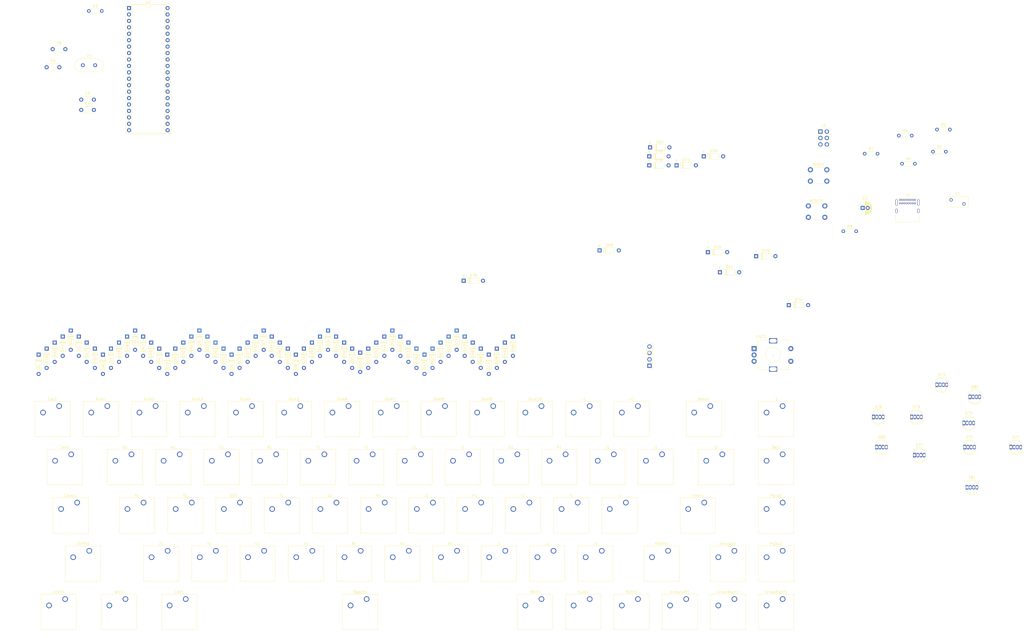
<source format=kicad_pcb>
(kicad_pcb (version 20171130) (host pcbnew "(5.1.6)-1")
  (title_block (title "Panama Keyboard PCB") (date 2020-07-21) (rev w1) (company "Mercier Technologies") (comment 4 "PCB for Panama Keyboard"))
  (layers (0 F.Cu signal) (31 B.Cu signal) (34 B.Paste user) (35 F.Paste user) (36 B.SilkS user) (37 F.SilkS user) (38 B.Mask user) (39 F.Mask user) (44 Edge.Cuts user))
  (net 0 "")
  (net 1 "Net-(,1-Pad2)")
  (net 2 col8)
  (net 3 "Net-(.1-Pad2)")
  (net 4 col9)
  (net 5 "Net-('1-Pad2)")
  (net 6 col11)
  (net 7 "Net-(-1-Pad2)")
  (net 8 "Net-(/1-Pad2)")
  (net 9 col10)
  (net 10 "Net-(;1-Pad2)")
  (net 11 "Net-(=1-Pad2)")
  (net 12 col12)
  (net 13 "Net-(D58-Pad2)")
  (net 14 "Net-(D66-Pad2)")
  (net 15 col13)
  (net 16 "Net-(D62-Pad2)")
  (net 17 col14)
  (net 18 "Net-(A1-Pad2)")
  (net 19 col1)
  (net 20 "Net-(ArrowDown1-Pad2)")
  (net 21 col7)
  (net 22 "Net-(ArrowLeft1-Pad2)")
  (net 23 col6)
  (net 24 "Net-(ArrowRight1-Pad2)")
  (net 25 "Net-(ArrowUp1-Pad2)")
  (net 26 "Net-(B1-Pad2)")
  (net 27 col5)
  (net 28 "Net-(Bksp1-Pad2)")
  (net 29 boot)
  (net 30 GND)
  (net 31 +5V)
  (net 32 col3)
  (net 33 "Net-(CapsL1-Pad2)")
  (net 34 col0)
  (net 35 "Net-(D1-Pad2)")
  (net 36 row0)
  (net 37 "Net-(D2-Pad2)")
  (net 38 row1)
  (net 39 row2)
  (net 40 "Net-(D4-Pad2)")
  (net 41 row3)
  (net 42 "Net-(D5-Pad2)")
  (net 43 row4)
  (net 44 "Net-(D6-Pad2)")
  (net 45 "Net-(D7-Pad2)")
  (net 46 "Net-(D9-Pad2)")
  (net 47 "Net-(D10-Pad2)")
  (net 48 "Net-(D11-Pad2)")
  (net 49 "Net-(D15-Pad2)")
  (net 50 "Net-(D17-Pad2)")
  (net 51 "Net-(D18-Pad2)")
  (net 52 "Net-(D19-Pad2)")
  (net 53 "Net-(D21-Pad2)")
  (net 54 "Net-(D24-Pad2)")
  (net 55 "Net-(D25-Pad2)")
  (net 56 "Net-(D26-Pad2)")
  (net 57 "Net-(D27-Pad2)")
  (net 58 "Net-(D28-Pad2)")
  (net 59 "Net-(D29-Pad2)")
  (net 60 "Net-(D30-Pad2)")
  (net 61 "Net-(D31-Pad2)")
  (net 62 "Net-(D34-Pad2)")
  (net 63 "Net-(D36-Pad2)")
  (net 64 "Net-(D37-Pad2)")
  (net 65 "Net-(D39-Pad2)")
  (net 66 "Net-(D40-Pad2)")
  (net 67 "Net-(D41-Pad2)")
  (net 68 "Net-(D44-Pad2)")
  (net 69 "Net-(D45-Pad2)")
  (net 70 "Net-(D49-Pad2)")
  (net 71 "Net-(D51-Pad2)")
  (net 72 "Net-(D53-Pad2)")
  (net 73 "Net-(D54-Pad2)")
  (net 74 "Net-(D60-Pad2)")
  (net 75 "Net-(D63-Pad2)")
  (net 76 "Net-(D67-Pad2)")
  (net 77 "Net-(D71-Pad4)")
  (net 78 "Net-(D71-Pad1)")
  (net 79 "Net-(D72-Pad1)")
  (net 80 enc-sw-out)
  (net 81 "Net-(D75-Pad1)")
  (net 82 "Net-(D77-Pad1)")
  (net 83 SDA)
  (net 84 SCL)
  (net 85 enc-A)
  (net 86 enc-B)
  (net 87 col4)
  (net 88 reset)
  (net 89 MOSI)
  (net 90 SCK)
  (net 91 MISO)
  (net 92 col2)
  (net 93 D-)
  (net 94 D+)
  (net 95 LED)
  (net 96 "Net-(C1-Pad2)")
  (net 97 "Net-(C5-Pad1)")
  (net 98 "Net-(C6-Pad1)")
  (net 99 "Net-(D3-Pad2)")
  (net 100 "Net-(D10-Pad1)")
  (net 101 "Net-(D8-Pad2)")
  (net 102 "Net-(D16-Pad2)")
  (net 103 "Net-(D20-Pad2)")
  (net 104 "Net-(D22-Pad2)")
  (net 105 "Net-(D23-Pad2)")
  (net 106 "Net-(D38-Pad2)")
  (net 107 "Net-(D47-Pad2)")
  (net 108 "Net-(D48-Pad2)")
  (net 109 "Net-(D61-Pad2)")
  (net 110 "Net-(D64-Pad2)")
  (net 111 "Net-(D65-Pad2)")
  (net 112 "Net-(D73-Pad1)")
  (net 113 "Net-(D74-Pad1)")
  (net 114 "Net-(D76-Pad1)")
  (net 115 "Net-(D77-Pad4)")
  (net 116 "Net-(D78-Pad1)")
  (net 117 "Net-(D79-Pad4)")
  (net 118 "Net-(D80-Pad4)")
  (net 119 "Net-(D81-Pad4)")
  (net 120 "Net-(F2-Pad2)")
  (net 121 "Net-(J2-PadB5)")
  (net 122 "Net-(J2-PadB8)")
  (net 123 "Net-(J2-PadA8)")
  (net 124 "Net-(J2-PadA5)")
  (net 125 "Net-(U2-Pad19)")
  (net 126 "Net-(U2-Pad32)")
  (module OLED:OLED_0.91in_128x32 (layer F.Cu) (at 396.875 139.7)
    (fp_text reference DS1 (at -0.038 2.306 180) (layer F.SilkS))
    (fp_text value SSD1306-0.91-128x32)
    (pad 4 thru_hole oval (at -0.038 -0.024 180) (size 1.7 1.7) (drill 1) (layers *.Cu *.Mask) (net 83 SDA))
    (pad 3 thru_hole oval (at -0.038 2.516 180) (size 1.7 1.7) (drill 1) (layers *.Cu *.Mask) (net 84 SCL))
    (pad 2 thru_hole oval (at -0.038 5.056 180) (size 1.7 1.7) (drill 1) (layers *.Cu *.Mask) (net 31 +5V))
    (pad 1 thru_hole rect (at -0.038 7.596 180) (size 1.7 1.7) (drill 1) (layers *.Cu *.Mask) (net 30 GND))
  )
  (module Package_DIP:DIP-40_W15.24mm_Socket (layer F.Cu) (at 191.275 5.98875)
    (fp_text reference U2 (at 7.62 -2.33) (layer F.SilkS))
    (fp_text value ATmega32A-PU)
    (pad 40 thru_hole oval (at 15.24 0) (size 1.6 1.6) (drill 0.8) (layers *.Cu *.Mask) (net 36 row0))
    (pad 20 thru_hole oval (at 0 48.26) (size 1.6 1.6) (drill 0.8) (layers *.Cu *.Mask) (net 29 boot))
    (pad 39 thru_hole oval (at 15.24 2.54) (size 1.6 1.6) (drill 0.8) (layers *.Cu *.Mask) (net 38 row1))
    (pad 19 thru_hole oval (at 0 45.72) (size 1.6 1.6) (drill 0.8) (layers *.Cu *.Mask) (net 125 "Net-(U2-Pad19)"))
    (pad 38 thru_hole oval (at 15.24 5.08) (size 1.6 1.6) (drill 0.8) (layers *.Cu *.Mask) (net 39 row2))
    (pad 18 thru_hole oval (at 0 43.18) (size 1.6 1.6) (drill 0.8) (layers *.Cu *.Mask) (net 17 col14))
    (pad 37 thru_hole oval (at 15.24 7.62) (size 1.6 1.6) (drill 0.8) (layers *.Cu *.Mask) (net 41 row3))
    (pad 17 thru_hole oval (at 0 40.64) (size 1.6 1.6) (drill 0.8) (layers *.Cu *.Mask) (net 15 col13))
    (pad 36 thru_hole oval (at 15.24 10.16) (size 1.6 1.6) (drill 0.8) (layers *.Cu *.Mask) (net 43 row4))
    (pad 16 thru_hole oval (at 0 38.1) (size 1.6 1.6) (drill 0.8) (layers *.Cu *.Mask) (net 94 D+))
    (pad 35 thru_hole oval (at 15.24 12.7) (size 1.6 1.6) (drill 0.8) (layers *.Cu *.Mask) (net 34 col0))
    (pad 15 thru_hole oval (at 0 35.56) (size 1.6 1.6) (drill 0.8) (layers *.Cu *.Mask) (net 86 enc-B))
    (pad 34 thru_hole oval (at 15.24 15.24) (size 1.6 1.6) (drill 0.8) (layers *.Cu *.Mask) (net 19 col1))
    (pad 14 thru_hole oval (at 0 33.02) (size 1.6 1.6) (drill 0.8) (layers *.Cu *.Mask) (net 85 enc-A))
    (pad 33 thru_hole oval (at 15.24 17.78) (size 1.6 1.6) (drill 0.8) (layers *.Cu *.Mask) (net 92 col2))
    (pad 13 thru_hole oval (at 0 30.48) (size 1.6 1.6) (drill 0.8) (layers *.Cu *.Mask) (net 97 "Net-(C5-Pad1)"))
    (pad 32 thru_hole oval (at 15.24 20.32) (size 1.6 1.6) (drill 0.8) (layers *.Cu *.Mask) (net 126 "Net-(U2-Pad32)"))
    (pad 12 thru_hole oval (at 0 27.94) (size 1.6 1.6) (drill 0.8) (layers *.Cu *.Mask) (net 98 "Net-(C6-Pad1)"))
    (pad 31 thru_hole oval (at 15.24 22.86) (size 1.6 1.6) (drill 0.8) (layers *.Cu *.Mask) (net 30 GND))
    (pad 11 thru_hole oval (at 0 25.4) (size 1.6 1.6) (drill 0.8) (layers *.Cu *.Mask) (net 30 GND))
    (pad 30 thru_hole oval (at 15.24 25.4) (size 1.6 1.6) (drill 0.8) (layers *.Cu *.Mask) (net 31 +5V))
    (pad 10 thru_hole oval (at 0 22.86) (size 1.6 1.6) (drill 0.8) (layers *.Cu *.Mask) (net 31 +5V))
    (pad 29 thru_hole oval (at 15.24 27.94) (size 1.6 1.6) (drill 0.8) (layers *.Cu *.Mask) (net 12 col12))
    (pad 9 thru_hole oval (at 0 20.32) (size 1.6 1.6) (drill 0.8) (layers *.Cu *.Mask) (net 88 reset))
    (pad 28 thru_hole oval (at 15.24 30.48) (size 1.6 1.6) (drill 0.8) (layers *.Cu *.Mask) (net 6 col11))
    (pad 8 thru_hole oval (at 0 17.78) (size 1.6 1.6) (drill 0.8) (layers *.Cu *.Mask) (net 90 SCK))
    (pad 27 thru_hole oval (at 15.24 33.02) (size 1.6 1.6) (drill 0.8) (layers *.Cu *.Mask) (net 9 col10))
    (pad 7 thru_hole oval (at 0 15.24) (size 1.6 1.6) (drill 0.8) (layers *.Cu *.Mask) (net 91 MISO))
    (pad 26 thru_hole oval (at 15.24 35.56) (size 1.6 1.6) (drill 0.8) (layers *.Cu *.Mask) (net 4 col9))
    (pad 6 thru_hole oval (at 0 12.7) (size 1.6 1.6) (drill 0.8) (layers *.Cu *.Mask) (net 89 MOSI))
    (pad 25 thru_hole oval (at 15.24 38.1) (size 1.6 1.6) (drill 0.8) (layers *.Cu *.Mask) (net 2 col8))
    (pad 5 thru_hole oval (at 0 10.16) (size 1.6 1.6) (drill 0.8) (layers *.Cu *.Mask) (net 23 col6))
    (pad 24 thru_hole oval (at 15.24 40.64) (size 1.6 1.6) (drill 0.8) (layers *.Cu *.Mask) (net 21 col7))
    (pad 4 thru_hole oval (at 0 7.62) (size 1.6 1.6) (drill 0.8) (layers *.Cu *.Mask) (net 95 LED))
    (pad 23 thru_hole oval (at 15.24 43.18) (size 1.6 1.6) (drill 0.8) (layers *.Cu *.Mask) (net 83 SDA))
    (pad 3 thru_hole oval (at 0 5.08) (size 1.6 1.6) (drill 0.8) (layers *.Cu *.Mask) (net 27 col5))
    (pad 22 thru_hole oval (at 15.24 45.72) (size 1.6 1.6) (drill 0.8) (layers *.Cu *.Mask) (net 84 SCL))
    (pad 2 thru_hole oval (at 0 2.54) (size 1.6 1.6) (drill 0.8) (layers *.Cu *.Mask) (net 87 col4))
    (pad 21 thru_hole oval (at 15.24 48.26) (size 1.6 1.6) (drill 0.8) (layers *.Cu *.Mask) (net 93 D-))
    (pad 1 thru_hole rect (at 0 0) (size 1.6 1.6) (drill 0.8) (layers *.Cu *.Mask) (net 32 col3))
  )
  (module Button_Switch_Keyboard:SW_Cherry_MX_1.00u_PCB (layer F.Cu) (at 392.27125 239.395)
    (fp_text reference RCtrl1 (at -2.54 -2.794) (layer F.SilkS))
    (fp_text value MX)
    (pad "" np_thru_hole circle (at 2.54 5.08) (size 1.7 1.7) (drill 1.7) (layers *.Cu *.Mask))
    (pad "" np_thru_hole circle (at -7.62 5.08) (size 1.7 1.7) (drill 1.7) (layers *.Cu *.Mask))
    (pad "" np_thru_hole circle (at -2.54 5.08) (size 4 4) (drill 4) (layers *.Cu *.Mask))
    (pad 2 thru_hole circle (at -6.35 2.54) (size 2.2 2.2) (drill 1.5) (layers *.Cu *.Mask) (net 76 "Net-(D67-Pad2)"))
    (pad 1 thru_hole circle (at 0 0) (size 2.2 2.2) (drill 1.5) (layers *.Cu *.Mask) (net 23 col6))
  )
  (module Diode_THT:D_DO-35_SOD27_P7.62mm_Horizontal (layer F.Cu) (at 314.325 138.1125 270)
    (fp_text reference D67 (at 4.46875 0 90) (layer F.SilkS))
    (fp_text value D_Small)
    (pad 2 thru_hole oval (at 7.62 0 270) (size 1.6 1.6) (drill 0.8) (layers *.Cu *.Mask) (net 76 "Net-(D67-Pad2)"))
    (pad 1 thru_hole rect (at 0 0 270) (size 1.6 1.6) (drill 0.8) (layers *.Cu *.Mask) (net 43 row4))
  )
  (module Button_Switch_Keyboard:SW_Cherry_MX_1.00u_PCB (layer F.Cu) (at 206.53375 220.345)
    (fp_text reference Z1 (at -2.54 -2.794) (layer F.SilkS))
    (fp_text value MX)
    (pad "" np_thru_hole circle (at 2.54 5.08) (size 1.7 1.7) (drill 1.7) (layers *.Cu *.Mask))
    (pad "" np_thru_hole circle (at -7.62 5.08) (size 1.7 1.7) (drill 1.7) (layers *.Cu *.Mask))
    (pad "" np_thru_hole circle (at -2.54 5.08) (size 4 4) (drill 4) (layers *.Cu *.Mask))
    (pad 2 thru_hole circle (at -6.35 2.54) (size 2.2 2.2) (drill 1.5) (layers *.Cu *.Mask) (net 108 "Net-(D48-Pad2)"))
    (pad 1 thru_hole circle (at 0 0) (size 2.2 2.2) (drill 1.5) (layers *.Cu *.Mask) (net 19 col1))
  )
  (module Button_Switch_Keyboard:SW_Cherry_MX_1.00u_PCB (layer F.Cu) (at 287.49625 182.245)
    (fp_text reference Y1 (at -2.54 -2.794) (layer F.SilkS))
    (fp_text value MX)
    (pad "" np_thru_hole circle (at 2.54 5.08) (size 1.7 1.7) (drill 1.7) (layers *.Cu *.Mask))
    (pad "" np_thru_hole circle (at -7.62 5.08) (size 1.7 1.7) (drill 1.7) (layers *.Cu *.Mask))
    (pad "" np_thru_hole circle (at -2.54 5.08) (size 4 4) (drill 4) (layers *.Cu *.Mask))
    (pad 2 thru_hole circle (at -6.35 2.54) (size 2.2 2.2) (drill 1.5) (layers *.Cu *.Mask) (net 104 "Net-(D22-Pad2)"))
    (pad 1 thru_hole circle (at 0 0) (size 2.2 2.2) (drill 1.5) (layers *.Cu *.Mask) (net 23 col6))
  )
  (module Crystal:Crystal_HC49-U_Vertical (layer F.Cu) (at 173.0375 28.575)
    (fp_text reference Y2 (at 2.44 -3.525) (layer F.SilkS))
    (fp_text value Crystal)
    (pad 2 thru_hole circle (at 4.88 0) (size 1.5 1.5) (drill 0.8) (layers *.Cu *.Mask) (net 98 "Net-(C6-Pad1)"))
    (pad 1 thru_hole circle (at 0 0) (size 1.5 1.5) (drill 0.8) (layers *.Cu *.Mask) (net 97 "Net-(C5-Pad1)"))
  )
  (module Button_Switch_Keyboard:SW_Cherry_MX_1.00u_PCB (layer F.Cu) (at 225.58375 220.345)
    (fp_text reference X1 (at -2.54 -2.794) (layer F.SilkS))
    (fp_text value MX)
    (pad "" np_thru_hole circle (at 2.54 5.08) (size 1.7 1.7) (drill 1.7) (layers *.Cu *.Mask))
    (pad "" np_thru_hole circle (at -7.62 5.08) (size 1.7 1.7) (drill 1.7) (layers *.Cu *.Mask))
    (pad "" np_thru_hole circle (at -2.54 5.08) (size 4 4) (drill 4) (layers *.Cu *.Mask))
    (pad 2 thru_hole circle (at -6.35 2.54) (size 2.2 2.2) (drill 1.5) (layers *.Cu *.Mask) (net 70 "Net-(D49-Pad2)"))
    (pad 1 thru_hole circle (at 0 0) (size 2.2 2.2) (drill 1.5) (layers *.Cu *.Mask) (net 92 col2))
  )
  (module Button_Switch_Keyboard:SW_Cherry_MX_1.25u_PCB (layer F.Cu) (at 189.865 239.395)
    (fp_text reference Win1 (at -2.54 -2.794) (layer F.SilkS))
    (fp_text value MX)
    (pad "" np_thru_hole circle (at 2.54 5.08) (size 1.7 1.7) (drill 1.7) (layers *.Cu *.Mask))
    (pad "" np_thru_hole circle (at -7.62 5.08) (size 1.7 1.7) (drill 1.7) (layers *.Cu *.Mask))
    (pad "" np_thru_hole circle (at -2.54 5.08) (size 4 4) (drill 4) (layers *.Cu *.Mask))
    (pad 2 thru_hole circle (at -6.35 2.54) (size 2.2 2.2) (drill 1.5) (layers *.Cu *.Mask) (net 16 "Net-(D62-Pad2)"))
    (pad 1 thru_hole circle (at 0 0) (size 2.2 2.2) (drill 1.5) (layers *.Cu *.Mask) (net 19 col1))
  )
  (module Button_Switch_Keyboard:SW_Cherry_MX_1.00u_PCB (layer F.Cu) (at 211.29625 182.245)
    (fp_text reference W1 (at -2.54 -2.794) (layer F.SilkS))
    (fp_text value MX)
    (pad "" np_thru_hole circle (at 2.54 5.08) (size 1.7 1.7) (drill 1.7) (layers *.Cu *.Mask))
    (pad "" np_thru_hole circle (at -7.62 5.08) (size 1.7 1.7) (drill 1.7) (layers *.Cu *.Mask))
    (pad "" np_thru_hole circle (at -2.54 5.08) (size 4 4) (drill 4) (layers *.Cu *.Mask))
    (pad 2 thru_hole circle (at -6.35 2.54) (size 2.2 2.2) (drill 1.5) (layers *.Cu *.Mask) (net 51 "Net-(D18-Pad2)"))
    (pad 1 thru_hole circle (at 0 0) (size 2.2 2.2) (drill 1.5) (layers *.Cu *.Mask) (net 92 col2))
  )
  (module Button_Switch_Keyboard:SW_Cherry_MX_1.00u_PCB (layer F.Cu) (at 263.68375 220.345)
    (fp_text reference V1 (at -2.54 -2.794) (layer F.SilkS))
    (fp_text value MX)
    (pad "" np_thru_hole circle (at 2.54 5.08) (size 1.7 1.7) (drill 1.7) (layers *.Cu *.Mask))
    (pad "" np_thru_hole circle (at -7.62 5.08) (size 1.7 1.7) (drill 1.7) (layers *.Cu *.Mask))
    (pad "" np_thru_hole circle (at -2.54 5.08) (size 4 4) (drill 4) (layers *.Cu *.Mask))
    (pad 2 thru_hole circle (at -6.35 2.54) (size 2.2 2.2) (drill 1.5) (layers *.Cu *.Mask) (net 71 "Net-(D51-Pad2)"))
    (pad 1 thru_hole circle (at 0 0) (size 2.2 2.2) (drill 1.5) (layers *.Cu *.Mask) (net 87 col4))
  )
  (module Button_Switch_Keyboard:SW_Cherry_MX_1.00u_PCB (layer F.Cu) (at 306.54625 182.245)
    (fp_text reference U1 (at -2.54 -2.794) (layer F.SilkS))
    (fp_text value MX)
    (pad "" np_thru_hole circle (at 2.54 5.08) (size 1.7 1.7) (drill 1.7) (layers *.Cu *.Mask))
    (pad "" np_thru_hole circle (at -7.62 5.08) (size 1.7 1.7) (drill 1.7) (layers *.Cu *.Mask))
    (pad "" np_thru_hole circle (at -2.54 5.08) (size 4 4) (drill 4) (layers *.Cu *.Mask))
    (pad 2 thru_hole circle (at -6.35 2.54) (size 2.2 2.2) (drill 1.5) (layers *.Cu *.Mask) (net 105 "Net-(D23-Pad2)"))
    (pad 1 thru_hole circle (at 0 0) (size 2.2 2.2) (drill 1.5) (layers *.Cu *.Mask) (net 21 col7))
  )
  (module Button_Switch_Keyboard:SW_Cherry_MX_1.50u_PCB (layer F.Cu) (at 168.43375 182.245)
    (fp_text reference Tab1 (at -2.54 -2.794) (layer F.SilkS))
    (fp_text value MX)
    (pad "" np_thru_hole circle (at 2.54 5.08) (size 1.7 1.7) (drill 1.7) (layers *.Cu *.Mask))
    (pad "" np_thru_hole circle (at -7.62 5.08) (size 1.7 1.7) (drill 1.7) (layers *.Cu *.Mask))
    (pad "" np_thru_hole circle (at -2.54 5.08) (size 4 4) (drill 4) (layers *.Cu *.Mask))
    (pad 2 thru_hole circle (at -6.35 2.54) (size 2.2 2.2) (drill 1.5) (layers *.Cu *.Mask) (net 102 "Net-(D16-Pad2)"))
    (pad 1 thru_hole circle (at 0 0) (size 2.2 2.2) (drill 1.5) (layers *.Cu *.Mask) (net 34 col0))
  )
  (module Button_Switch_Keyboard:SW_Cherry_MX_1.00u_PCB (layer F.Cu) (at 268.44625 182.245)
    (fp_text reference T1 (at -2.54 -2.794) (layer F.SilkS))
    (fp_text value MX)
    (pad "" np_thru_hole circle (at 2.54 5.08) (size 1.7 1.7) (drill 1.7) (layers *.Cu *.Mask))
    (pad "" np_thru_hole circle (at -7.62 5.08) (size 1.7 1.7) (drill 1.7) (layers *.Cu *.Mask))
    (pad "" np_thru_hole circle (at -2.54 5.08) (size 4 4) (drill 4) (layers *.Cu *.Mask))
    (pad 2 thru_hole circle (at -6.35 2.54) (size 2.2 2.2) (drill 1.5) (layers *.Cu *.Mask) (net 53 "Net-(D21-Pad2)"))
    (pad 1 thru_hole circle (at 0 0) (size 2.2 2.2) (drill 1.5) (layers *.Cu *.Mask) (net 27 col5))
  )
  (module Button_Switch_Keyboard:SW_Cherry_MX_6.25u_PCB (layer F.Cu) (at 285.115 239.395)
    (fp_text reference Space1 (at -2.54 -2.794) (layer F.SilkS))
    (fp_text value MX)
    (pad "" np_thru_hole circle (at 47.46 -1.92) (size 3.05 3.05) (drill 3.05) (layers *.Cu *.Mask))
    (pad "" np_thru_hole circle (at -52.54 -1.92) (size 3.05 3.05) (drill 3.05) (layers *.Cu *.Mask))
    (pad "" np_thru_hole circle (at -52.54 13.32) (size 4 4) (drill 4) (layers *.Cu *.Mask))
    (pad "" np_thru_hole circle (at 47.46 13.32) (size 4 4) (drill 4) (layers *.Cu *.Mask))
    (pad "" np_thru_hole circle (at 2.54 5.08) (size 1.7 1.7) (drill 1.7) (layers *.Cu *.Mask))
    (pad "" np_thru_hole circle (at -7.62 5.08) (size 1.7 1.7) (drill 1.7) (layers *.Cu *.Mask))
    (pad "" np_thru_hole circle (at -2.54 5.08) (size 4 4) (drill 4) (layers *.Cu *.Mask))
    (pad 2 thru_hole circle (at -6.35 2.54) (size 2.2 2.2) (drill 1.5) (layers *.Cu *.Mask) (net 110 "Net-(D64-Pad2)"))
    (pad 1 thru_hole circle (at 0 0) (size 2.2 2.2) (drill 1.5) (layers *.Cu *.Mask) (net 32 col3))
  )
  (module Button_Switch_Keyboard:SW_Cherry_MX_1.00u_PCB (layer F.Cu) (at 216.05875 201.295)
    (fp_text reference S1 (at -2.54 -2.794) (layer F.SilkS))
    (fp_text value MX)
    (pad "" np_thru_hole circle (at 2.54 5.08) (size 1.7 1.7) (drill 1.7) (layers *.Cu *.Mask))
    (pad "" np_thru_hole circle (at -7.62 5.08) (size 1.7 1.7) (drill 1.7) (layers *.Cu *.Mask))
    (pad "" np_thru_hole circle (at -2.54 5.08) (size 4 4) (drill 4) (layers *.Cu *.Mask))
    (pad 2 thru_hole circle (at -6.35 2.54) (size 2.2 2.2) (drill 1.5) (layers *.Cu *.Mask) (net 62 "Net-(D34-Pad2)"))
    (pad 1 thru_hole circle (at 0 0) (size 2.2 2.2) (drill 1.5) (layers *.Cu *.Mask) (net 92 col2))
  )
  (module Button_Switch_Keyboard:SW_Cherry_MX_1.75u_PCB (layer F.Cu) (at 404.1775 220.345)
    (fp_text reference RShift1 (at -2.54 -2.794) (layer F.SilkS))
    (fp_text value MX)
    (pad "" np_thru_hole circle (at 2.54 5.08) (size 1.7 1.7) (drill 1.7) (layers *.Cu *.Mask))
    (pad "" np_thru_hole circle (at -7.62 5.08) (size 1.7 1.7) (drill 1.7) (layers *.Cu *.Mask))
    (pad "" np_thru_hole circle (at -2.54 5.08) (size 4 4) (drill 4) (layers *.Cu *.Mask))
    (pad 2 thru_hole circle (at -6.35 2.54) (size 2.2 2.2) (drill 1.5) (layers *.Cu *.Mask) (net 13 "Net-(D58-Pad2)"))
    (pad 1 thru_hole circle (at 0 0) (size 2.2 2.2) (drill 1.5) (layers *.Cu *.Mask) (net 6 col11))
  )
  (module Button_Switch_THT:SW_PUSH_6mm (layer F.Cu) (at 459.58125 84.1375)
    (fp_text reference RESET1 (at 3.25 -2) (layer F.SilkS))
    (fp_text value Reset)
    (pad 1 thru_hole circle (at 6.5 0 90) (size 2 2) (drill 1.1) (layers *.Cu *.Mask) (net 88 reset))
    (pad 2 thru_hole circle (at 6.5 4.5 90) (size 2 2) (drill 1.1) (layers *.Cu *.Mask) (net 30 GND))
    (pad 1 thru_hole circle (at 0 0 90) (size 2 2) (drill 1.1) (layers *.Cu *.Mask) (net 88 reset))
    (pad 2 thru_hole circle (at 0 4.5 90) (size 2 2) (drill 1.1) (layers *.Cu *.Mask) (net 30 GND))
  )
  (module Button_Switch_Keyboard:SW_Cherry_MX_1.00u_PCB (layer F.Cu) (at 354.17125 239.395)
    (fp_text reference RAlt1 (at -2.54 -2.794) (layer F.SilkS))
    (fp_text value MX)
    (pad "" np_thru_hole circle (at 2.54 5.08) (size 1.7 1.7) (drill 1.7) (layers *.Cu *.Mask))
    (pad "" np_thru_hole circle (at -7.62 5.08) (size 1.7 1.7) (drill 1.7) (layers *.Cu *.Mask))
    (pad "" np_thru_hole circle (at -2.54 5.08) (size 4 4) (drill 4) (layers *.Cu *.Mask))
    (pad 2 thru_hole circle (at -6.35 2.54) (size 2.2 2.2) (drill 1.5) (layers *.Cu *.Mask) (net 111 "Net-(D65-Pad2)"))
    (pad 1 thru_hole circle (at 0 0) (size 2.2 2.2) (drill 1.5) (layers *.Cu *.Mask) (net 87 col4))
  )
  (module Resistor_THT:R_Axial_DIN0204_L3.6mm_D1.6mm_P5.08mm_Horizontal (layer F.Cu) (at 175.41875 7.14375)
    (fp_text reference R3 (at 2.54 -1.92) (layer F.SilkS))
    (fp_text value 470R)
    (pad 2 thru_hole oval (at 5.08 0) (size 1.4 1.4) (drill 0.7) (layers *.Cu *.Mask) (net 95 LED))
    (pad 1 thru_hole circle (at 0 0) (size 1.4 1.4) (drill 0.7) (layers *.Cu *.Mask) (net 77 "Net-(D71-Pad4)"))
  )
  (module Button_Switch_Keyboard:SW_Cherry_MX_1.00u_PCB (layer F.Cu) (at 249.39625 182.245)
    (fp_text reference R1 (at -2.54 -2.794) (layer F.SilkS))
    (fp_text value MX)
    (pad "" np_thru_hole circle (at 2.54 5.08) (size 1.7 1.7) (drill 1.7) (layers *.Cu *.Mask))
    (pad "" np_thru_hole circle (at -7.62 5.08) (size 1.7 1.7) (drill 1.7) (layers *.Cu *.Mask))
    (pad "" np_thru_hole circle (at -2.54 5.08) (size 4 4) (drill 4) (layers *.Cu *.Mask))
    (pad 2 thru_hole circle (at -6.35 2.54) (size 2.2 2.2) (drill 1.5) (layers *.Cu *.Mask) (net 103 "Net-(D20-Pad2)"))
    (pad 1 thru_hole circle (at 0 0) (size 2.2 2.2) (drill 1.5) (layers *.Cu *.Mask) (net 87 col4))
  )
  (module Resistor_THT:R_Axial_DIN0204_L3.6mm_D1.6mm_P5.08mm_Horizontal (layer F.Cu) (at 473.38125 94.145)
    (fp_text reference R8 (at 2.54 -1.92) (layer F.SilkS))
    (fp_text value 10k)
    (pad 2 thru_hole oval (at 5.08 0) (size 1.4 1.4) (drill 0.7) (layers *.Cu *.Mask) (net 31 +5V))
    (pad 1 thru_hole circle (at 0 0) (size 1.4 1.4) (drill 0.7) (layers *.Cu *.Mask) (net 88 reset))
  )
  (module Resistor_THT:R_Axial_DIN0204_L3.6mm_D1.6mm_P5.08mm_Horizontal (layer F.Cu) (at 481.80625 63.5)
    (fp_text reference R7 (at 2.54 -1.92) (layer F.SilkS))
    (fp_text value 68R)
    (pad 2 thru_hole oval (at 5.08 0) (size 1.4 1.4) (drill 0.7) (layers *.Cu *.Mask) (net 81 "Net-(D75-Pad1)"))
    (pad 1 thru_hole circle (at 0 0) (size 1.4 1.4) (drill 0.7) (layers *.Cu *.Mask) (net 94 D+))
  )
  (module Resistor_THT:R_Axial_DIN0204_L3.6mm_D1.6mm_P5.08mm_Horizontal (layer F.Cu) (at 495.3 56.35625)
    (fp_text reference R6 (at 2.54 -1.92) (layer F.SilkS))
    (fp_text value 68R)
    (pad 2 thru_hole oval (at 5.08 0) (size 1.4 1.4) (drill 0.7) (layers *.Cu *.Mask) (net 114 "Net-(D76-Pad1)"))
    (pad 1 thru_hole circle (at 0 0) (size 1.4 1.4) (drill 0.7) (layers *.Cu *.Mask) (net 93 D-))
  )
  (module Resistor_THT:R_Axial_DIN0204_L3.6mm_D1.6mm_P5.08mm_Horizontal (layer F.Cu) (at 508.79375 62.70625)
    (fp_text reference R2 (at 2.54 -1.92) (layer F.SilkS))
    (fp_text value 1.5k)
    (pad 2 thru_hole oval (at 5.08 0) (size 1.4 1.4) (drill 0.7) (layers *.Cu *.Mask) (net 114 "Net-(D76-Pad1)"))
    (pad 1 thru_hole circle (at 0 0) (size 1.4 1.4) (drill 0.7) (layers *.Cu *.Mask) (net 31 +5V))
  )
  (module Resistor_THT:R_Axial_DIN0204_L3.6mm_D1.6mm_P5.08mm_Horizontal (layer F.Cu) (at 496.57 67.46875)
    (fp_text reference R4 (at 2.54 -1.92) (layer F.SilkS))
    (fp_text value 5.1k)
    (pad 2 thru_hole oval (at 5.08 0) (size 1.4 1.4) (drill 0.7) (layers *.Cu *.Mask) (net 124 "Net-(J2-PadA5)"))
    (pad 1 thru_hole circle (at 0 0) (size 1.4 1.4) (drill 0.7) (layers *.Cu *.Mask) (net 30 GND))
  )
  (module Resistor_THT:R_Axial_DIN0204_L3.6mm_D1.6mm_P5.08mm_Horizontal (layer F.Cu) (at 510.38125 53.975)
    (fp_text reference R5 (at 2.54 -1.92) (layer F.SilkS))
    (fp_text value 5.1k)
    (pad 2 thru_hole oval (at 5.08 0) (size 1.4 1.4) (drill 0.7) (layers *.Cu *.Mask) (net 121 "Net-(J2-PadB5)"))
    (pad 1 thru_hole circle (at 0 0) (size 1.4 1.4) (drill 0.7) (layers *.Cu *.Mask) (net 30 GND))
  )
  (module Button_Switch_Keyboard:SW_Cherry_MX_1.00u_PCB (layer F.Cu) (at 192.24625 182.245)
    (fp_text reference Q1 (at -2.54 -2.794) (layer F.SilkS))
    (fp_text value MX)
    (pad "" np_thru_hole circle (at 2.54 5.08) (size 1.7 1.7) (drill 1.7) (layers *.Cu *.Mask))
    (pad "" np_thru_hole circle (at -7.62 5.08) (size 1.7 1.7) (drill 1.7) (layers *.Cu *.Mask))
    (pad "" np_thru_hole circle (at -2.54 5.08) (size 4 4) (drill 4) (layers *.Cu *.Mask))
    (pad 2 thru_hole circle (at -6.35 2.54) (size 2.2 2.2) (drill 1.5) (layers *.Cu *.Mask) (net 50 "Net-(D17-Pad2)"))
    (pad 1 thru_hole circle (at 0 0) (size 2.2 2.2) (drill 1.5) (layers *.Cu *.Mask) (net 19 col1))
  )
  (module Button_Switch_Keyboard:SW_Cherry_MX_1.00u_PCB (layer F.Cu) (at 449.42125 201.295)
    (fp_text reference PgUp1 (at -2.54 -2.794) (layer F.SilkS))
    (fp_text value MX)
    (pad "" np_thru_hole circle (at 2.54 5.08) (size 1.7 1.7) (drill 1.7) (layers *.Cu *.Mask))
    (pad "" np_thru_hole circle (at -7.62 5.08) (size 1.7 1.7) (drill 1.7) (layers *.Cu *.Mask))
    (pad "" np_thru_hole circle (at -2.54 5.08) (size 4 4) (drill 4) (layers *.Cu *.Mask))
    (pad 2 thru_hole circle (at -6.35 2.54) (size 2.2 2.2) (drill 1.5) (layers *.Cu *.Mask) (net 69 "Net-(D45-Pad2)"))
    (pad 1 thru_hole circle (at 0 0) (size 2.2 2.2) (drill 1.5) (layers *.Cu *.Mask) (net 15 col13))
  )
  (module Button_Switch_Keyboard:SW_Cherry_MX_1.00u_PCB (layer F.Cu) (at 449.42125 220.345)
    (fp_text reference PgDw1 (at -2.54 -2.794) (layer F.SilkS))
    (fp_text value MX)
    (pad "" np_thru_hole circle (at 2.54 5.08) (size 1.7 1.7) (drill 1.7) (layers *.Cu *.Mask))
    (pad "" np_thru_hole circle (at -7.62 5.08) (size 1.7 1.7) (drill 1.7) (layers *.Cu *.Mask))
    (pad "" np_thru_hole circle (at -2.54 5.08) (size 4 4) (drill 4) (layers *.Cu *.Mask))
    (pad 2 thru_hole circle (at -6.35 2.54) (size 2.2 2.2) (drill 1.5) (layers *.Cu *.Mask) (net 74 "Net-(D60-Pad2)"))
    (pad 1 thru_hole circle (at 0 0) (size 2.2 2.2) (drill 1.5) (layers *.Cu *.Mask) (net 15 col13))
  )
  (module Button_Switch_Keyboard:SW_Cherry_MX_1.00u_PCB (layer F.Cu) (at 363.69625 182.245)
    (fp_text reference P1 (at -2.54 -2.794) (layer F.SilkS))
    (fp_text value MX)
    (pad "" np_thru_hole circle (at 2.54 5.08) (size 1.7 1.7) (drill 1.7) (layers *.Cu *.Mask))
    (pad "" np_thru_hole circle (at -7.62 5.08) (size 1.7 1.7) (drill 1.7) (layers *.Cu *.Mask))
    (pad "" np_thru_hole circle (at -2.54 5.08) (size 4 4) (drill 4) (layers *.Cu *.Mask))
    (pad 2 thru_hole circle (at -6.35 2.54) (size 2.2 2.2) (drill 1.5) (layers *.Cu *.Mask) (net 56 "Net-(D26-Pad2)"))
    (pad 1 thru_hole circle (at 0 0) (size 2.2 2.2) (drill 1.5) (layers *.Cu *.Mask) (net 9 col10))
  )
  (module Button_Switch_Keyboard:SW_Cherry_MX_1.00u_PCB (layer F.Cu) (at 344.64625 182.245)
    (fp_text reference O1 (at -2.54 -2.794) (layer F.SilkS))
    (fp_text value MX)
    (pad "" np_thru_hole circle (at 2.54 5.08) (size 1.7 1.7) (drill 1.7) (layers *.Cu *.Mask))
    (pad "" np_thru_hole circle (at -7.62 5.08) (size 1.7 1.7) (drill 1.7) (layers *.Cu *.Mask))
    (pad "" np_thru_hole circle (at -2.54 5.08) (size 4 4) (drill 4) (layers *.Cu *.Mask))
    (pad 2 thru_hole circle (at -6.35 2.54) (size 2.2 2.2) (drill 1.5) (layers *.Cu *.Mask) (net 55 "Net-(D25-Pad2)"))
    (pad 1 thru_hole circle (at 0 0) (size 2.2 2.2) (drill 1.5) (layers *.Cu *.Mask) (net 4 col9))
  )
  (module Button_Switch_Keyboard:SW_Cherry_MX_1.00u_PCB (layer F.Cu) (at 354.17125 163.195)
    (fp_text reference Num10 (at -2.54 -2.794) (layer F.SilkS))
    (fp_text value MX)
    (pad "" np_thru_hole circle (at 2.54 5.08) (size 1.7 1.7) (drill 1.7) (layers *.Cu *.Mask))
    (pad "" np_thru_hole circle (at -7.62 5.08) (size 1.7 1.7) (drill 1.7) (layers *.Cu *.Mask))
    (pad "" np_thru_hole circle (at -2.54 5.08) (size 4 4) (drill 4) (layers *.Cu *.Mask))
    (pad 2 thru_hole circle (at -6.35 2.54) (size 2.2 2.2) (drill 1.5) (layers *.Cu *.Mask) (net 48 "Net-(D11-Pad2)"))
    (pad 1 thru_hole circle (at 0 0) (size 2.2 2.2) (drill 1.5) (layers *.Cu *.Mask) (net 9 col10))
  )
  (module Button_Switch_Keyboard:SW_Cherry_MX_1.00u_PCB (layer F.Cu) (at 335.12125 163.195)
    (fp_text reference Num9 (at -2.54 -2.794) (layer F.SilkS))
    (fp_text value MX)
    (pad "" np_thru_hole circle (at 2.54 5.08) (size 1.7 1.7) (drill 1.7) (layers *.Cu *.Mask))
    (pad "" np_thru_hole circle (at -7.62 5.08) (size 1.7 1.7) (drill 1.7) (layers *.Cu *.Mask))
    (pad "" np_thru_hole circle (at -2.54 5.08) (size 4 4) (drill 4) (layers *.Cu *.Mask))
    (pad 2 thru_hole circle (at -6.35 2.54) (size 2.2 2.2) (drill 1.5) (layers *.Cu *.Mask) (net 47 "Net-(D10-Pad2)"))
    (pad 1 thru_hole circle (at 0 0) (size 2.2 2.2) (drill 1.5) (layers *.Cu *.Mask) (net 4 col9))
  )
  (module Button_Switch_Keyboard:SW_Cherry_MX_1.00u_PCB (layer F.Cu) (at 316.07125 163.195)
    (fp_text reference Num8 (at -2.54 -2.794) (layer F.SilkS))
    (fp_text value MX)
    (pad "" np_thru_hole circle (at 2.54 5.08) (size 1.7 1.7) (drill 1.7) (layers *.Cu *.Mask))
    (pad "" np_thru_hole circle (at -7.62 5.08) (size 1.7 1.7) (drill 1.7) (layers *.Cu *.Mask))
    (pad "" np_thru_hole circle (at -2.54 5.08) (size 4 4) (drill 4) (layers *.Cu *.Mask))
    (pad 2 thru_hole circle (at -6.35 2.54) (size 2.2 2.2) (drill 1.5) (layers *.Cu *.Mask) (net 46 "Net-(D9-Pad2)"))
    (pad 1 thru_hole circle (at 0 0) (size 2.2 2.2) (drill 1.5) (layers *.Cu *.Mask) (net 2 col8))
  )
  (module Button_Switch_Keyboard:SW_Cherry_MX_1.00u_PCB (layer F.Cu) (at 297.02125 163.195)
    (fp_text reference Num7 (at -2.54 -2.794) (layer F.SilkS))
    (fp_text value MX)
    (pad "" np_thru_hole circle (at 2.54 5.08) (size 1.7 1.7) (drill 1.7) (layers *.Cu *.Mask))
    (pad "" np_thru_hole circle (at -7.62 5.08) (size 1.7 1.7) (drill 1.7) (layers *.Cu *.Mask))
    (pad "" np_thru_hole circle (at -2.54 5.08) (size 4 4) (drill 4) (layers *.Cu *.Mask))
    (pad 2 thru_hole circle (at -6.35 2.54) (size 2.2 2.2) (drill 1.5) (layers *.Cu *.Mask) (net 101 "Net-(D8-Pad2)"))
    (pad 1 thru_hole circle (at 0 0) (size 2.2 2.2) (drill 1.5) (layers *.Cu *.Mask) (net 21 col7))
  )
  (module Button_Switch_Keyboard:SW_Cherry_MX_1.00u_PCB (layer F.Cu) (at 277.97125 163.195)
    (fp_text reference Num6 (at -2.54 -2.794) (layer F.SilkS))
    (fp_text value MX)
    (pad "" np_thru_hole circle (at 2.54 5.08) (size 1.7 1.7) (drill 1.7) (layers *.Cu *.Mask))
    (pad "" np_thru_hole circle (at -7.62 5.08) (size 1.7 1.7) (drill 1.7) (layers *.Cu *.Mask))
    (pad "" np_thru_hole circle (at -2.54 5.08) (size 4 4) (drill 4) (layers *.Cu *.Mask))
    (pad 2 thru_hole circle (at -6.35 2.54) (size 2.2 2.2) (drill 1.5) (layers *.Cu *.Mask) (net 45 "Net-(D7-Pad2)"))
    (pad 1 thru_hole circle (at 0 0) (size 2.2 2.2) (drill 1.5) (layers *.Cu *.Mask) (net 23 col6))
  )
  (module Button_Switch_Keyboard:SW_Cherry_MX_1.00u_PCB (layer F.Cu) (at 258.92125 163.195)
    (fp_text reference Num5 (at -2.54 -2.794) (layer F.SilkS))
    (fp_text value MX)
    (pad "" np_thru_hole circle (at 2.54 5.08) (size 1.7 1.7) (drill 1.7) (layers *.Cu *.Mask))
    (pad "" np_thru_hole circle (at -7.62 5.08) (size 1.7 1.7) (drill 1.7) (layers *.Cu *.Mask))
    (pad "" np_thru_hole circle (at -2.54 5.08) (size 4 4) (drill 4) (layers *.Cu *.Mask))
    (pad 2 thru_hole circle (at -6.35 2.54) (size 2.2 2.2) (drill 1.5) (layers *.Cu *.Mask) (net 44 "Net-(D6-Pad2)"))
    (pad 1 thru_hole circle (at 0 0) (size 2.2 2.2) (drill 1.5) (layers *.Cu *.Mask) (net 27 col5))
  )
  (module Button_Switch_Keyboard:SW_Cherry_MX_1.00u_PCB (layer F.Cu) (at 239.87125 163.195)
    (fp_text reference Num4 (at -2.54 -2.794) (layer F.SilkS))
    (fp_text value MX)
    (pad "" np_thru_hole circle (at 2.54 5.08) (size 1.7 1.7) (drill 1.7) (layers *.Cu *.Mask))
    (pad "" np_thru_hole circle (at -7.62 5.08) (size 1.7 1.7) (drill 1.7) (layers *.Cu *.Mask))
    (pad "" np_thru_hole circle (at -2.54 5.08) (size 4 4) (drill 4) (layers *.Cu *.Mask))
    (pad 2 thru_hole circle (at -6.35 2.54) (size 2.2 2.2) (drill 1.5) (layers *.Cu *.Mask) (net 42 "Net-(D5-Pad2)"))
    (pad 1 thru_hole circle (at 0 0) (size 2.2 2.2) (drill 1.5) (layers *.Cu *.Mask) (net 87 col4))
  )
  (module Button_Switch_Keyboard:SW_Cherry_MX_1.00u_PCB (layer F.Cu) (at 220.82125 163.195)
    (fp_text reference Num3 (at -2.54 -2.794) (layer F.SilkS))
    (fp_text value MX)
    (pad "" np_thru_hole circle (at 2.54 5.08) (size 1.7 1.7) (drill 1.7) (layers *.Cu *.Mask))
    (pad "" np_thru_hole circle (at -7.62 5.08) (size 1.7 1.7) (drill 1.7) (layers *.Cu *.Mask))
    (pad "" np_thru_hole circle (at -2.54 5.08) (size 4 4) (drill 4) (layers *.Cu *.Mask))
    (pad 2 thru_hole circle (at -6.35 2.54) (size 2.2 2.2) (drill 1.5) (layers *.Cu *.Mask) (net 40 "Net-(D4-Pad2)"))
    (pad 1 thru_hole circle (at 0 0) (size 2.2 2.2) (drill 1.5) (layers *.Cu *.Mask) (net 32 col3))
  )
  (module Button_Switch_Keyboard:SW_Cherry_MX_1.00u_PCB (layer F.Cu) (at 201.77125 163.195)
    (fp_text reference Num2 (at -2.54 -2.794) (layer F.SilkS))
    (fp_text value MX)
    (pad "" np_thru_hole circle (at 2.54 5.08) (size 1.7 1.7) (drill 1.7) (layers *.Cu *.Mask))
    (pad "" np_thru_hole circle (at -7.62 5.08) (size 1.7 1.7) (drill 1.7) (layers *.Cu *.Mask))
    (pad "" np_thru_hole circle (at -2.54 5.08) (size 4 4) (drill 4) (layers *.Cu *.Mask))
    (pad 2 thru_hole circle (at -6.35 2.54) (size 2.2 2.2) (drill 1.5) (layers *.Cu *.Mask) (net 99 "Net-(D3-Pad2)"))
    (pad 1 thru_hole circle (at 0 0) (size 2.2 2.2) (drill 1.5) (layers *.Cu *.Mask) (net 92 col2))
  )
  (module Button_Switch_Keyboard:SW_Cherry_MX_1.00u_PCB (layer F.Cu) (at 182.72125 163.195)
    (fp_text reference Num1 (at -2.54 -2.794) (layer F.SilkS))
    (fp_text value MX)
    (pad "" np_thru_hole circle (at 2.54 5.08) (size 1.7 1.7) (drill 1.7) (layers *.Cu *.Mask))
    (pad "" np_thru_hole circle (at -7.62 5.08) (size 1.7 1.7) (drill 1.7) (layers *.Cu *.Mask))
    (pad "" np_thru_hole circle (at -2.54 5.08) (size 4 4) (drill 4) (layers *.Cu *.Mask))
    (pad 2 thru_hole circle (at -6.35 2.54) (size 2.2 2.2) (drill 1.5) (layers *.Cu *.Mask) (net 37 "Net-(D2-Pad2)"))
    (pad 1 thru_hole circle (at 0 0) (size 2.2 2.2) (drill 1.5) (layers *.Cu *.Mask) (net 19 col1))
  )
  (module Button_Switch_Keyboard:SW_Cherry_MX_1.00u_PCB (layer F.Cu) (at 301.78375 220.345)
    (fp_text reference N1 (at -2.54 -2.794) (layer F.SilkS))
    (fp_text value MX)
    (pad "" np_thru_hole circle (at 2.54 5.08) (size 1.7 1.7) (drill 1.7) (layers *.Cu *.Mask))
    (pad "" np_thru_hole circle (at -7.62 5.08) (size 1.7 1.7) (drill 1.7) (layers *.Cu *.Mask))
    (pad "" np_thru_hole circle (at -2.54 5.08) (size 4 4) (drill 4) (layers *.Cu *.Mask))
    (pad 2 thru_hole circle (at -6.35 2.54) (size 2.2 2.2) (drill 1.5) (layers *.Cu *.Mask) (net 72 "Net-(D53-Pad2)"))
    (pad 1 thru_hole circle (at 0 0) (size 2.2 2.2) (drill 1.5) (layers *.Cu *.Mask) (net 23 col6))
  )
  (module Button_Switch_Keyboard:SW_Cherry_MX_1.00u_PCB (layer F.Cu) (at 320.83375 220.345)
    (fp_text reference M1 (at -2.54 -2.794) (layer F.SilkS))
    (fp_text value MX)
    (pad "" np_thru_hole circle (at 2.54 5.08) (size 1.7 1.7) (drill 1.7) (layers *.Cu *.Mask))
    (pad "" np_thru_hole circle (at -7.62 5.08) (size 1.7 1.7) (drill 1.7) (layers *.Cu *.Mask))
    (pad "" np_thru_hole circle (at -2.54 5.08) (size 4 4) (drill 4) (layers *.Cu *.Mask))
    (pad 2 thru_hole circle (at -6.35 2.54) (size 2.2 2.2) (drill 1.5) (layers *.Cu *.Mask) (net 73 "Net-(D54-Pad2)"))
    (pad 1 thru_hole circle (at 0 0) (size 2.2 2.2) (drill 1.5) (layers *.Cu *.Mask) (net 21 col7))
  )
  (module Button_Switch_Keyboard:SW_Cherry_MX_2.25u_PCB (layer F.Cu) (at 175.5775 220.345)
    (fp_text reference LShift1 (at -2.54 -2.794) (layer F.SilkS))
    (fp_text value MX)
    (pad "" np_thru_hole circle (at 9.36 -1.92) (size 3.05 3.05) (drill 3.05) (layers *.Cu *.Mask))
    (pad "" np_thru_hole circle (at -14.44 -1.92) (size 3.05 3.05) (drill 3.05) (layers *.Cu *.Mask))
    (pad "" np_thru_hole circle (at -14.44 13.32) (size 4 4) (drill 4) (layers *.Cu *.Mask))
    (pad "" np_thru_hole circle (at 9.36 13.32) (size 4 4) (drill 4) (layers *.Cu *.Mask))
    (pad "" np_thru_hole circle (at 2.54 5.08) (size 1.7 1.7) (drill 1.7) (layers *.Cu *.Mask))
    (pad "" np_thru_hole circle (at -7.62 5.08) (size 1.7 1.7) (drill 1.7) (layers *.Cu *.Mask))
    (pad "" np_thru_hole circle (at -2.54 5.08) (size 4 4) (drill 4) (layers *.Cu *.Mask))
    (pad 2 thru_hole circle (at -6.35 2.54) (size 2.2 2.2) (drill 1.5) (layers *.Cu *.Mask) (net 107 "Net-(D47-Pad2)"))
    (pad 1 thru_hole circle (at 0 0) (size 2.2 2.2) (drill 1.5) (layers *.Cu *.Mask) (net 34 col0))
  )
  (module Button_Switch_Keyboard:SW_Cherry_MX_1.25u_PCB (layer F.Cu) (at 166.0525 239.395)
    (fp_text reference LCtrl1 (at -2.54 -2.794) (layer F.SilkS))
    (fp_text value MX)
    (pad "" np_thru_hole circle (at 2.54 5.08) (size 1.7 1.7) (drill 1.7) (layers *.Cu *.Mask))
    (pad "" np_thru_hole circle (at -7.62 5.08) (size 1.7 1.7) (drill 1.7) (layers *.Cu *.Mask))
    (pad "" np_thru_hole circle (at -2.54 5.08) (size 4 4) (drill 4) (layers *.Cu *.Mask))
    (pad 2 thru_hole circle (at -6.35 2.54) (size 2.2 2.2) (drill 1.5) (layers *.Cu *.Mask) (net 109 "Net-(D61-Pad2)"))
    (pad 1 thru_hole circle (at 0 0) (size 2.2 2.2) (drill 1.5) (layers *.Cu *.Mask) (net 34 col0))
  )
  (module Button_Switch_Keyboard:SW_Cherry_MX_1.25u_PCB (layer F.Cu) (at 213.6775 239.395)
    (fp_text reference LAlt1 (at -2.54 -2.794) (layer F.SilkS))
    (fp_text value MX)
    (pad "" np_thru_hole circle (at 2.54 5.08) (size 1.7 1.7) (drill 1.7) (layers *.Cu *.Mask))
    (pad "" np_thru_hole circle (at -7.62 5.08) (size 1.7 1.7) (drill 1.7) (layers *.Cu *.Mask))
    (pad "" np_thru_hole circle (at -2.54 5.08) (size 4 4) (drill 4) (layers *.Cu *.Mask))
    (pad 2 thru_hole circle (at -6.35 2.54) (size 2.2 2.2) (drill 1.5) (layers *.Cu *.Mask) (net 75 "Net-(D63-Pad2)"))
    (pad 1 thru_hole circle (at 0 0) (size 2.2 2.2) (drill 1.5) (layers *.Cu *.Mask) (net 92 col2))
  )
  (module Button_Switch_Keyboard:SW_Cherry_MX_1.00u_PCB (layer F.Cu) (at 349.40875 201.295)
    (fp_text reference L1 (at -2.54 -2.794) (layer F.SilkS))
    (fp_text value MX)
    (pad "" np_thru_hole circle (at 2.54 5.08) (size 1.7 1.7) (drill 1.7) (layers *.Cu *.Mask))
    (pad "" np_thru_hole circle (at -7.62 5.08) (size 1.7 1.7) (drill 1.7) (layers *.Cu *.Mask))
    (pad "" np_thru_hole circle (at -2.54 5.08) (size 4 4) (drill 4) (layers *.Cu *.Mask))
    (pad 2 thru_hole circle (at -6.35 2.54) (size 2.2 2.2) (drill 1.5) (layers *.Cu *.Mask) (net 67 "Net-(D41-Pad2)"))
    (pad 1 thru_hole circle (at 0 0) (size 2.2 2.2) (drill 1.5) (layers *.Cu *.Mask) (net 4 col9))
  )
  (module Button_Switch_Keyboard:SW_Cherry_MX_1.00u_PCB (layer F.Cu) (at 330.35875 201.295)
    (fp_text reference K1 (at -2.54 -2.794) (layer F.SilkS))
    (fp_text value MX)
    (pad "" np_thru_hole circle (at 2.54 5.08) (size 1.7 1.7) (drill 1.7) (layers *.Cu *.Mask))
    (pad "" np_thru_hole circle (at -7.62 5.08) (size 1.7 1.7) (drill 1.7) (layers *.Cu *.Mask))
    (pad "" np_thru_hole circle (at -2.54 5.08) (size 4 4) (drill 4) (layers *.Cu *.Mask))
    (pad 2 thru_hole circle (at -6.35 2.54) (size 2.2 2.2) (drill 1.5) (layers *.Cu *.Mask) (net 66 "Net-(D40-Pad2)"))
    (pad 1 thru_hole circle (at 0 0) (size 2.2 2.2) (drill 1.5) (layers *.Cu *.Mask) (net 2 col8))
  )
  (module Button_Switch_Keyboard:SW_Cherry_MX_1.00u_PCB (layer F.Cu) (at 311.30875 201.295)
    (fp_text reference J1 (at -2.54 -2.794) (layer F.SilkS))
    (fp_text value MX)
    (pad "" np_thru_hole circle (at 2.54 5.08) (size 1.7 1.7) (drill 1.7) (layers *.Cu *.Mask))
    (pad "" np_thru_hole circle (at -7.62 5.08) (size 1.7 1.7) (drill 1.7) (layers *.Cu *.Mask))
    (pad "" np_thru_hole circle (at -2.54 5.08) (size 4 4) (drill 4) (layers *.Cu *.Mask))
    (pad 2 thru_hole circle (at -6.35 2.54) (size 2.2 2.2) (drill 1.5) (layers *.Cu *.Mask) (net 65 "Net-(D39-Pad2)"))
    (pad 1 thru_hole circle (at 0 0) (size 2.2 2.2) (drill 1.5) (layers *.Cu *.Mask) (net 21 col7))
  )
  (module Connector_PinHeader_2.54mm:PinHeader_2x03_P2.54mm_Vertical (layer F.Cu) (at 464.34375 54.76875)
    (fp_text reference J3 (at 1.27 -2.33) (layer F.SilkS))
    (fp_text value AVR-ISP-6)
    (pad 6 thru_hole oval (at 2.54 5.08) (size 1.7 1.7) (drill 1) (layers *.Cu *.Mask) (net 30 GND))
    (pad 5 thru_hole oval (at 0 5.08) (size 1.7 1.7) (drill 1) (layers *.Cu *.Mask) (net 88 reset))
    (pad 4 thru_hole oval (at 2.54 2.54) (size 1.7 1.7) (drill 1) (layers *.Cu *.Mask) (net 89 MOSI))
    (pad 3 thru_hole oval (at 0 2.54) (size 1.7 1.7) (drill 1) (layers *.Cu *.Mask) (net 90 SCK))
    (pad 2 thru_hole oval (at 2.54 0) (size 1.7 1.7) (drill 1) (layers *.Cu *.Mask) (net 31 +5V))
    (pad 1 thru_hole rect (at 0 0) (size 1.7 1.7) (drill 1) (layers *.Cu *.Mask) (net 91 MISO))
  )
  (module Connector_USB:USB_C_Receptacle_GCT_USB4085 (layer F.Cu) (at 495.7375 81.7525)
    (fp_text reference J2 (at 2.975 -1.8) (layer F.SilkS))
    (fp_text value USB_C_Receptacle_USB2.0)
    (pad S1 thru_hole oval (at 7.3 4.36) (size 0.9 1.7) (drill oval 0.6 1.4) (layers *.Cu *.Mask) (net 30 GND))
    (pad S1 thru_hole oval (at -1.35 4.36) (size 0.9 1.7) (drill oval 0.6 1.4) (layers *.Cu *.Mask) (net 30 GND))
    (pad S1 thru_hole oval (at 7.3 0.98) (size 0.9 2.4) (drill oval 0.6 2.1) (layers *.Cu *.Mask) (net 30 GND))
    (pad S1 thru_hole oval (at -1.35 0.98) (size 0.9 2.4) (drill oval 0.6 2.1) (layers *.Cu *.Mask) (net 30 GND))
    (pad B6 thru_hole circle (at 3.4 1.35) (size 0.7 0.7) (drill 0.4) (layers *.Cu *.Mask) (net 81 "Net-(D75-Pad1)"))
    (pad B1 thru_hole circle (at 5.95 1.35) (size 0.7 0.7) (drill 0.4) (layers *.Cu *.Mask) (net 30 GND))
    (pad B4 thru_hole circle (at 5.1 1.35) (size 0.7 0.7) (drill 0.4) (layers *.Cu *.Mask) (net 120 "Net-(F2-Pad2)"))
    (pad B5 thru_hole circle (at 4.25 1.35) (size 0.7 0.7) (drill 0.4) (layers *.Cu *.Mask) (net 121 "Net-(J2-PadB5)"))
    (pad B12 thru_hole circle (at 0 1.35) (size 0.7 0.7) (drill 0.4) (layers *.Cu *.Mask) (net 30 GND))
    (pad B8 thru_hole circle (at 1.7 1.35) (size 0.7 0.7) (drill 0.4) (layers *.Cu *.Mask) (net 122 "Net-(J2-PadB8)"))
    (pad B7 thru_hole circle (at 2.55 1.35) (size 0.7 0.7) (drill 0.4) (layers *.Cu *.Mask) (net 114 "Net-(D76-Pad1)"))
    (pad B9 thru_hole circle (at 0.85 1.35) (size 0.7 0.7) (drill 0.4) (layers *.Cu *.Mask) (net 120 "Net-(F2-Pad2)"))
    (pad A12 thru_hole circle (at 5.95 0) (size 0.7 0.7) (drill 0.4) (layers *.Cu *.Mask) (net 30 GND))
    (pad A9 thru_hole circle (at 5.1 0) (size 0.7 0.7) (drill 0.4) (layers *.Cu *.Mask) (net 120 "Net-(F2-Pad2)"))
    (pad A8 thru_hole circle (at 4.25 0) (size 0.7 0.7) (drill 0.4) (layers *.Cu *.Mask) (net 123 "Net-(J2-PadA8)"))
    (pad A7 thru_hole circle (at 3.4 0) (size 0.7 0.7) (drill 0.4) (layers *.Cu *.Mask) (net 114 "Net-(D76-Pad1)"))
    (pad A6 thru_hole circle (at 2.55 0) (size 0.7 0.7) (drill 0.4) (layers *.Cu *.Mask) (net 81 "Net-(D75-Pad1)"))
    (pad A5 thru_hole circle (at 1.7 0) (size 0.7 0.7) (drill 0.4) (layers *.Cu *.Mask) (net 124 "Net-(J2-PadA5)"))
    (pad A4 thru_hole circle (at 0.85 0) (size 0.7 0.7) (drill 0.4) (layers *.Cu *.Mask) (net 120 "Net-(F2-Pad2)"))
    (pad A1 thru_hole circle (at 0 0) (size 0.7 0.7) (drill 0.4) (layers *.Cu *.Mask) (net 30 GND))
  )
  (module Button_Switch_Keyboard:SW_Cherry_MX_1.00u_PCB (layer F.Cu) (at 325.59625 182.245)
    (fp_text reference I1 (at -2.54 -2.794) (layer F.SilkS))
    (fp_text value MX)
    (pad "" np_thru_hole circle (at 2.54 5.08) (size 1.7 1.7) (drill 1.7) (layers *.Cu *.Mask))
    (pad "" np_thru_hole circle (at -7.62 5.08) (size 1.7 1.7) (drill 1.7) (layers *.Cu *.Mask))
    (pad "" np_thru_hole circle (at -2.54 5.08) (size 4 4) (drill 4) (layers *.Cu *.Mask))
    (pad 2 thru_hole circle (at -6.35 2.54) (size 2.2 2.2) (drill 1.5) (layers *.Cu *.Mask) (net 54 "Net-(D24-Pad2)"))
    (pad 1 thru_hole circle (at 0 0) (size 2.2 2.2) (drill 1.5) (layers *.Cu *.Mask) (net 2 col8))
  )
  (module Button_Switch_Keyboard:SW_Cherry_MX_1.00u_PCB (layer F.Cu) (at 292.25875 201.295)
    (fp_text reference H1 (at -2.54 -2.794) (layer F.SilkS))
    (fp_text value MX)
    (pad "" np_thru_hole circle (at 2.54 5.08) (size 1.7 1.7) (drill 1.7) (layers *.Cu *.Mask))
    (pad "" np_thru_hole circle (at -7.62 5.08) (size 1.7 1.7) (drill 1.7) (layers *.Cu *.Mask))
    (pad "" np_thru_hole circle (at -2.54 5.08) (size 4 4) (drill 4) (layers *.Cu *.Mask))
    (pad 2 thru_hole circle (at -6.35 2.54) (size 2.2 2.2) (drill 1.5) (layers *.Cu *.Mask) (net 106 "Net-(D38-Pad2)"))
    (pad 1 thru_hole circle (at 0 0) (size 2.2 2.2) (drill 1.5) (layers *.Cu *.Mask) (net 23 col6))
  )
  (module Button_Switch_Keyboard:SW_Cherry_MX_1.00u_PCB (layer F.Cu) (at 273.20875 201.295)
    (fp_text reference G1 (at -2.54 -2.794) (layer F.SilkS))
    (fp_text value MX)
    (pad "" np_thru_hole circle (at 2.54 5.08) (size 1.7 1.7) (drill 1.7) (layers *.Cu *.Mask))
    (pad "" np_thru_hole circle (at -7.62 5.08) (size 1.7 1.7) (drill 1.7) (layers *.Cu *.Mask))
    (pad "" np_thru_hole circle (at -2.54 5.08) (size 4 4) (drill 4) (layers *.Cu *.Mask))
    (pad 2 thru_hole circle (at -6.35 2.54) (size 2.2 2.2) (drill 1.5) (layers *.Cu *.Mask) (net 64 "Net-(D37-Pad2)"))
    (pad 1 thru_hole circle (at 0 0) (size 2.2 2.2) (drill 1.5) (layers *.Cu *.Mask) (net 27 col5))
  )
  (module Button_Switch_Keyboard:SW_Cherry_MX_1.00u_PCB (layer F.Cu) (at 373.22125 239.395)
    (fp_text reference Func1 (at -2.54 -2.794) (layer F.SilkS))
    (fp_text value MX)
    (pad "" np_thru_hole circle (at 2.54 5.08) (size 1.7 1.7) (drill 1.7) (layers *.Cu *.Mask))
    (pad "" np_thru_hole circle (at -7.62 5.08) (size 1.7 1.7) (drill 1.7) (layers *.Cu *.Mask))
    (pad "" np_thru_hole circle (at -2.54 5.08) (size 4 4) (drill 4) (layers *.Cu *.Mask))
    (pad 2 thru_hole circle (at -6.35 2.54) (size 2.2 2.2) (drill 1.5) (layers *.Cu *.Mask) (net 14 "Net-(D66-Pad2)"))
    (pad 1 thru_hole circle (at 0 0) (size 2.2 2.2) (drill 1.5) (layers *.Cu *.Mask) (net 27 col5))
  )
  (module Button_Switch_Keyboard:SW_Cherry_MX_1.00u_PCB (layer F.Cu) (at 254.15875 201.295)
    (fp_text reference F1 (at -2.54 -2.794) (layer F.SilkS))
    (fp_text value MX)
    (pad "" np_thru_hole circle (at 2.54 5.08) (size 1.7 1.7) (drill 1.7) (layers *.Cu *.Mask))
    (pad "" np_thru_hole circle (at -7.62 5.08) (size 1.7 1.7) (drill 1.7) (layers *.Cu *.Mask))
    (pad "" np_thru_hole circle (at -2.54 5.08) (size 4 4) (drill 4) (layers *.Cu *.Mask))
    (pad 2 thru_hole circle (at -6.35 2.54) (size 2.2 2.2) (drill 1.5) (layers *.Cu *.Mask) (net 63 "Net-(D36-Pad2)"))
    (pad 1 thru_hole circle (at 0 0) (size 2.2 2.2) (drill 1.5) (layers *.Cu *.Mask) (net 87 col4))
  )
  (module Fuse:Fuse_BelFuse_0ZRE0005FF_L8.3mm_W3.8mm (layer F.Cu) (at 515.9375 81.75625)
    (fp_text reference F2 (at 2.54 -2.54) (layer F.SilkS))
    (fp_text value 500mA)
    (pad 1 thru_hole circle (at 0 0) (size 1.27 1.27) (drill 0.71) (layers *.Cu *.Mask) (net 31 +5V))
    (pad 2 thru_hole circle (at 5.1 1.6) (size 1.27 1.27) (drill 0.71) (layers *.Cu *.Mask) (net 120 "Net-(F2-Pad2)"))
  )
  (module Button_Switch_Keyboard:SW_Cherry_MX_1.00u_PCB (layer F.Cu) (at 163.67125 163.195)
    (fp_text reference Esc1 (at -2.54 -2.794) (layer F.SilkS))
    (fp_text value MX)
    (pad "" np_thru_hole circle (at 2.54 5.08) (size 1.7 1.7) (drill 1.7) (layers *.Cu *.Mask))
    (pad "" np_thru_hole circle (at -7.62 5.08) (size 1.7 1.7) (drill 1.7) (layers *.Cu *.Mask))
    (pad "" np_thru_hole circle (at -2.54 5.08) (size 4 4) (drill 4) (layers *.Cu *.Mask))
    (pad 2 thru_hole circle (at -6.35 2.54) (size 2.2 2.2) (drill 1.5) (layers *.Cu *.Mask) (net 35 "Net-(D1-Pad2)"))
    (pad 1 thru_hole circle (at 0 0) (size 2.2 2.2) (drill 1.5) (layers *.Cu *.Mask) (net 34 col0))
  )
  (module Button_Switch_Keyboard:SW_Cherry_MX_2.25u_PCB (layer F.Cu) (at 418.465 201.295)
    (fp_text reference Enter1 (at -2.54 -2.794) (layer F.SilkS))
    (fp_text value MX)
    (pad "" np_thru_hole circle (at 9.36 -1.92) (size 3.05 3.05) (drill 3.05) (layers *.Cu *.Mask))
    (pad "" np_thru_hole circle (at -14.44 -1.92) (size 3.05 3.05) (drill 3.05) (layers *.Cu *.Mask))
    (pad "" np_thru_hole circle (at -14.44 13.32) (size 4 4) (drill 4) (layers *.Cu *.Mask))
    (pad "" np_thru_hole circle (at 9.36 13.32) (size 4 4) (drill 4) (layers *.Cu *.Mask))
    (pad "" np_thru_hole circle (at 2.54 5.08) (size 1.7 1.7) (drill 1.7) (layers *.Cu *.Mask))
    (pad "" np_thru_hole circle (at -7.62 5.08) (size 1.7 1.7) (drill 1.7) (layers *.Cu *.Mask))
    (pad "" np_thru_hole circle (at -2.54 5.08) (size 4 4) (drill 4) (layers *.Cu *.Mask))
    (pad 2 thru_hole circle (at -6.35 2.54) (size 2.2 2.2) (drill 1.5) (layers *.Cu *.Mask) (net 68 "Net-(D44-Pad2)"))
    (pad 1 thru_hole circle (at 0 0) (size 2.2 2.2) (drill 1.5) (layers *.Cu *.Mask) (net 12 col12))
  )
  (module Rotary_Encoder:RotaryEncoder_Alps_EC11E-Switch_Vertical_H20mm (layer F.Cu) (at 438.15 140.49375)
    (fp_text reference ENC1 (at 2.8 -4.7) (layer F.SilkS))
    (fp_text value Encoder)
    (pad A thru_hole rect (at 0 0) (size 2 2) (drill 1) (layers *.Cu *.Mask) (net 85 enc-A))
    (pad C thru_hole circle (at 0 2.5) (size 2 2) (drill 1) (layers *.Cu *.Mask) (net 30 GND))
    (pad B thru_hole circle (at 0 5) (size 2 2) (drill 1) (layers *.Cu *.Mask) (net 86 enc-B))
    (pad MP thru_hole rect (at 7.5 -3.1) (size 3.2 2) (drill oval 2.8 1.5) (layers *.Cu *.Mask))
    (pad MP thru_hole rect (at 7.5 8.1) (size 3.2 2) (drill oval 2.8 1.5) (layers *.Cu *.Mask))
    (pad S2 thru_hole circle (at 14.5 0) (size 2 2) (drill 1) (layers *.Cu *.Mask) (net 80 enc-sw-out))
    (pad S1 thru_hole circle (at 14.5 5) (size 2 2) (drill 1) (layers *.Cu *.Mask) (net 17 col14))
  )
  (module Button_Switch_Keyboard:SW_Cherry_MX_1.00u_PCB (layer F.Cu) (at 230.34625 182.245)
    (fp_text reference E1 (at -2.54 -2.794) (layer F.SilkS))
    (fp_text value MX)
    (pad "" np_thru_hole circle (at 2.54 5.08) (size 1.7 1.7) (drill 1.7) (layers *.Cu *.Mask))
    (pad "" np_thru_hole circle (at -7.62 5.08) (size 1.7 1.7) (drill 1.7) (layers *.Cu *.Mask))
    (pad "" np_thru_hole circle (at -2.54 5.08) (size 4 4) (drill 4) (layers *.Cu *.Mask))
    (pad 2 thru_hole circle (at -6.35 2.54) (size 2.2 2.2) (drill 1.5) (layers *.Cu *.Mask) (net 52 "Net-(D19-Pad2)"))
    (pad 1 thru_hole circle (at 0 0) (size 2.2 2.2) (drill 1.5) (layers *.Cu *.Mask) (net 32 col3))
  )
  (module Button_Switch_Keyboard:SW_Cherry_MX_1.00u_PCB (layer F.Cu) (at 449.42125 182.245)
    (fp_text reference Del1 (at -2.54 -2.794) (layer F.SilkS))
    (fp_text value MX)
    (pad "" np_thru_hole circle (at 2.54 5.08) (size 1.7 1.7) (drill 1.7) (layers *.Cu *.Mask))
    (pad "" np_thru_hole circle (at -7.62 5.08) (size 1.7 1.7) (drill 1.7) (layers *.Cu *.Mask))
    (pad "" np_thru_hole circle (at -2.54 5.08) (size 4 4) (drill 4) (layers *.Cu *.Mask))
    (pad 2 thru_hole circle (at -6.35 2.54) (size 2.2 2.2) (drill 1.5) (layers *.Cu *.Mask) (net 60 "Net-(D30-Pad2)"))
    (pad 1 thru_hole circle (at 0 0) (size 2.2 2.2) (drill 1.5) (layers *.Cu *.Mask) (net 17 col14))
  )
  (module LED_THT:LED_D5.0mm-4_RGB (layer F.Cu) (at 523.39875 159.54375)
    (fp_text reference D82 (at 1.905 -3.96) (layer F.SilkS))
    (fp_text value WS2811)
    (pad 4 thru_hole oval (at 3.81 0) (size 1.07 1.8) (drill 0.9) (layers *.Cu *.Mask) (net 116 "Net-(D78-Pad1)"))
    (pad 3 thru_hole oval (at 2.54 0) (size 1.07 1.8) (drill 0.9) (layers *.Cu *.Mask) (net 30 GND))
    (pad 2 thru_hole oval (at 1.27 0) (size 1.07 1.8) (drill 0.9) (layers *.Cu *.Mask) (net 31 +5V))
    (pad 1 thru_hole rect (at 0 0) (size 1.07 1.8) (drill 0.9) (layers *.Cu *.Mask) (net 119 "Net-(D81-Pad4)"))
  )
  (module LED_THT:LED_D5.0mm-4_RGB (layer F.Cu) (at 485.29875 167.48125)
    (fp_text reference D78 (at 1.905 -3.96) (layer F.SilkS))
    (fp_text value WS2811)
    (pad 4 thru_hole oval (at 3.81 0) (size 1.07 1.8) (drill 0.9) (layers *.Cu *.Mask) (net 113 "Net-(D74-Pad1)"))
    (pad 3 thru_hole oval (at 2.54 0) (size 1.07 1.8) (drill 0.9) (layers *.Cu *.Mask) (net 30 GND))
    (pad 2 thru_hole oval (at 1.27 0) (size 1.07 1.8) (drill 0.9) (layers *.Cu *.Mask) (net 31 +5V))
    (pad 1 thru_hole rect (at 0 0) (size 1.07 1.8) (drill 0.9) (layers *.Cu *.Mask) (net 116 "Net-(D78-Pad1)"))
  )
  (module LED_THT:LED_D5.0mm-4_RGB (layer F.Cu) (at 539.59125 179.3875)
    (fp_text reference D74 (at 1.905 -3.96) (layer F.SilkS))
    (fp_text value WS2811)
    (pad 4 thru_hole oval (at 3.81 0) (size 1.07 1.8) (drill 0.9) (layers *.Cu *.Mask) (net 112 "Net-(D73-Pad1)"))
    (pad 3 thru_hole oval (at 2.54 0) (size 1.07 1.8) (drill 0.9) (layers *.Cu *.Mask) (net 30 GND))
    (pad 2 thru_hole oval (at 1.27 0) (size 1.07 1.8) (drill 0.9) (layers *.Cu *.Mask) (net 31 +5V))
    (pad 1 thru_hole rect (at 0 0) (size 1.07 1.8) (drill 0.9) (layers *.Cu *.Mask) (net 113 "Net-(D74-Pad1)"))
  )
  (module LED_THT:LED_D5.0mm-4_RGB (layer F.Cu) (at 522.2875 195.2625)
    (fp_text reference D81 (at 1.905 -3.96) (layer F.SilkS))
    (fp_text value WS2811)
    (pad 4 thru_hole oval (at 3.81 0) (size 1.07 1.8) (drill 0.9) (layers *.Cu *.Mask) (net 119 "Net-(D81-Pad4)"))
    (pad 3 thru_hole oval (at 2.54 0) (size 1.07 1.8) (drill 0.9) (layers *.Cu *.Mask) (net 30 GND))
    (pad 2 thru_hole oval (at 1.27 0) (size 1.07 1.8) (drill 0.9) (layers *.Cu *.Mask) (net 31 +5V))
    (pad 1 thru_hole rect (at 0 0) (size 1.07 1.8) (drill 0.9) (layers *.Cu *.Mask) (net 118 "Net-(D80-Pad4)"))
  )
  (module LED_THT:LED_D5.0mm-4_RGB (layer F.Cu) (at 521.0175 169.8625)
    (fp_text reference D73 (at 1.905 -3.96) (layer F.SilkS))
    (fp_text value WS2811)
    (pad 4 thru_hole oval (at 3.81 0) (size 1.07 1.8) (drill 0.9) (layers *.Cu *.Mask) (net 79 "Net-(D72-Pad1)"))
    (pad 3 thru_hole oval (at 2.54 0) (size 1.07 1.8) (drill 0.9) (layers *.Cu *.Mask) (net 30 GND))
    (pad 2 thru_hole oval (at 1.27 0) (size 1.07 1.8) (drill 0.9) (layers *.Cu *.Mask) (net 31 +5V))
    (pad 1 thru_hole rect (at 0 0) (size 1.07 1.8) (drill 0.9) (layers *.Cu *.Mask) (net 112 "Net-(D73-Pad1)"))
  )
  (module LED_THT:LED_D5.0mm-4_RGB (layer F.Cu) (at 486.56875 179.3875)
    (fp_text reference D80 (at 1.905 -3.96) (layer F.SilkS))
    (fp_text value WS2811)
    (pad 4 thru_hole oval (at 3.81 0) (size 1.07 1.8) (drill 0.9) (layers *.Cu *.Mask) (net 118 "Net-(D80-Pad4)"))
    (pad 3 thru_hole oval (at 2.54 0) (size 1.07 1.8) (drill 0.9) (layers *.Cu *.Mask) (net 30 GND))
    (pad 2 thru_hole oval (at 1.27 0) (size 1.07 1.8) (drill 0.9) (layers *.Cu *.Mask) (net 31 +5V))
    (pad 1 thru_hole rect (at 0 0) (size 1.07 1.8) (drill 0.9) (layers *.Cu *.Mask) (net 117 "Net-(D79-Pad4)"))
  )
  (module LED_THT:LED_D5.0mm-4_RGB (layer F.Cu) (at 510.38125 154.78125)
    (fp_text reference D72 (at 1.905 -3.96) (layer F.SilkS))
    (fp_text value WS2811)
    (pad 4 thru_hole oval (at 3.81 0) (size 1.07 1.8) (drill 0.9) (layers *.Cu *.Mask) (net 78 "Net-(D71-Pad1)"))
    (pad 3 thru_hole oval (at 2.54 0) (size 1.07 1.8) (drill 0.9) (layers *.Cu *.Mask) (net 30 GND))
    (pad 2 thru_hole oval (at 1.27 0) (size 1.07 1.8) (drill 0.9) (layers *.Cu *.Mask) (net 31 +5V))
    (pad 1 thru_hole rect (at 0 0) (size 1.07 1.8) (drill 0.9) (layers *.Cu *.Mask) (net 79 "Net-(D72-Pad1)"))
  )
  (module Diode_THT:D_DO-35_SOD27_P7.62mm_Horizontal (layer F.Cu) (at 396.75375 64.5575)
    (fp_text reference D46 (at 3.81 -2.12) (layer F.SilkS))
    (fp_text value D_Small)
    (fp_text user K (at 0 -1.8) (layer F.SilkS))
    (pad 2 thru_hole oval (at 7.62 0) (size 1.6 1.6) (drill 0.8) (layers *.Cu *.Mask) (net 80 enc-sw-out))
    (pad 1 thru_hole rect (at 0 0) (size 1.6 1.6) (drill 0.8) (layers *.Cu *.Mask) (net 39 row2))
  )
  (module LED_THT:LED_D5.0mm-4_RGB (layer F.Cu) (at 500.38 167.48125)
    (fp_text reference D79 (at 1.905 -3.96) (layer F.SilkS))
    (fp_text value WS2811)
    (pad 4 thru_hole oval (at 3.81 0) (size 1.07 1.8) (drill 0.9) (layers *.Cu *.Mask) (net 117 "Net-(D79-Pad4)"))
    (pad 3 thru_hole oval (at 2.54 0) (size 1.07 1.8) (drill 0.9) (layers *.Cu *.Mask) (net 30 GND))
    (pad 2 thru_hole oval (at 1.27 0) (size 1.07 1.8) (drill 0.9) (layers *.Cu *.Mask) (net 31 +5V))
    (pad 1 thru_hole rect (at 0 0) (size 1.07 1.8) (drill 0.9) (layers *.Cu *.Mask) (net 115 "Net-(D77-Pad4)"))
  )
  (module LED_THT:LED_D5.0mm-4_RGB (layer F.Cu) (at 501.49125 182.5625)
    (fp_text reference D77 (at 1.905 -3.96) (layer F.SilkS))
    (fp_text value WS2811)
    (pad 4 thru_hole oval (at 3.81 0) (size 1.07 1.8) (drill 0.9) (layers *.Cu *.Mask) (net 115 "Net-(D77-Pad4)"))
    (pad 3 thru_hole oval (at 2.54 0) (size 1.07 1.8) (drill 0.9) (layers *.Cu *.Mask) (net 30 GND))
    (pad 2 thru_hole oval (at 1.27 0) (size 1.07 1.8) (drill 0.9) (layers *.Cu *.Mask) (net 31 +5V))
    (pad 1 thru_hole rect (at 0 0) (size 1.07 1.8) (drill 0.9) (layers *.Cu *.Mask) (net 82 "Net-(D77-Pad1)"))
  )
  (module LED_THT:LED_D5.0mm-4_RGB (layer F.Cu) (at 521.335 179.3875)
    (fp_text reference D71 (at 1.905 -3.96) (layer F.SilkS))
    (fp_text value WS2811)
    (pad 4 thru_hole oval (at 3.81 0) (size 1.07 1.8) (drill 0.9) (layers *.Cu *.Mask) (net 77 "Net-(D71-Pad4)"))
    (pad 3 thru_hole oval (at 2.54 0) (size 1.07 1.8) (drill 0.9) (layers *.Cu *.Mask) (net 30 GND))
    (pad 2 thru_hole oval (at 1.27 0) (size 1.07 1.8) (drill 0.9) (layers *.Cu *.Mask) (net 31 +5V))
    (pad 1 thru_hole rect (at 0 0) (size 1.07 1.8) (drill 0.9) (layers *.Cu *.Mask) (net 78 "Net-(D71-Pad1)"))
  )
  (module Diode_THT:D_DO-35_SOD27_P7.62mm_Horizontal (layer F.Cu) (at 418.29375 64.5575)
    (fp_text reference D30 (at 3.81 -2.12) (layer F.SilkS))
    (fp_text value D_Small)
    (fp_text user K (at 0 -1.8) (layer F.SilkS))
    (pad 2 thru_hole oval (at 7.62 0) (size 1.6 1.6) (drill 0.8) (layers *.Cu *.Mask) (net 60 "Net-(D30-Pad2)"))
    (pad 1 thru_hole rect (at 0 0) (size 1.6 1.6) (drill 0.8) (layers *.Cu *.Mask) (net 38 row1))
  )
  (module Diode_THT:D_DO-35_SOD27_P7.62mm_Horizontal (layer F.Cu) (at 419.89375 102.39375)
    (fp_text reference D15 (at 3.81 -2.12) (layer F.SilkS))
    (fp_text value D_Small)
    (fp_text user K (at 0 -1.8) (layer F.SilkS))
    (pad 2 thru_hole oval (at 7.62 0) (size 1.6 1.6) (drill 0.8) (layers *.Cu *.Mask) (net 49 "Net-(D15-Pad2)"))
    (pad 1 thru_hole rect (at 0 0) (size 1.6 1.6) (drill 0.8) (layers *.Cu *.Mask) (net 100 "Net-(D10-Pad1)"))
  )
  (module Diode_THT:D_DO-35_SOD27_P7.62mm_Horizontal (layer F.Cu) (at 397.06375 61.0075)
    (fp_text reference D60 (at 3.81 -2.12) (layer F.SilkS))
    (fp_text value D_Small)
    (fp_text user K (at 0 -1.8) (layer F.SilkS))
    (pad 2 thru_hole oval (at 7.62 0) (size 1.6 1.6) (drill 0.8) (layers *.Cu *.Mask) (net 74 "Net-(D60-Pad2)"))
    (pad 1 thru_hole rect (at 0 0) (size 1.6 1.6) (drill 0.8) (layers *.Cu *.Mask) (net 41 row3))
  )
  (module Diode_THT:D_DO-35_SOD27_P7.62mm_Horizontal (layer F.Cu) (at 396.75375 68.1075)
    (fp_text reference D45 (at 3.81 -2.12) (layer F.SilkS))
    (fp_text value D_Small)
    (fp_text user K (at 0 -1.8) (layer F.SilkS))
    (pad 2 thru_hole oval (at 7.62 0) (size 1.6 1.6) (drill 0.8) (layers *.Cu *.Mask) (net 69 "Net-(D45-Pad2)"))
    (pad 1 thru_hole rect (at 0 0) (size 1.6 1.6) (drill 0.8) (layers *.Cu *.Mask) (net 39 row2))
  )
  (module Diode_THT:D_DO-35_SOD27_P7.62mm_Horizontal (layer F.Cu) (at 438.94375 103.98125)
    (fp_text reference D29 (at 3.81 -2.12) (layer F.SilkS))
    (fp_text value D_Small)
    (fp_text user K (at 0 -1.8) (layer F.SilkS))
    (pad 2 thru_hole oval (at 7.62 0) (size 1.6 1.6) (drill 0.8) (layers *.Cu *.Mask) (net 59 "Net-(D29-Pad2)"))
    (pad 1 thru_hole rect (at 0 0) (size 1.6 1.6) (drill 0.8) (layers *.Cu *.Mask) (net 38 row1))
  )
  (module Diode_THT:D_DO-35_SOD27_P7.62mm_Horizontal (layer F.Cu) (at 424.65625 110.33125)
    (fp_text reference D14 (at 3.81 -2.12) (layer F.SilkS))
    (fp_text value D_Small)
    (fp_text user K (at 0 -1.8) (layer F.SilkS))
    (pad 2 thru_hole oval (at 7.62 0) (size 1.6 1.6) (drill 0.8) (layers *.Cu *.Mask) (net 28 "Net-(Bksp1-Pad2)"))
    (pad 1 thru_hole rect (at 0 0) (size 1.6 1.6) (drill 0.8) (layers *.Cu *.Mask) (net 100 "Net-(D10-Pad1)"))
  )
  (module Diode_THT:D_DO-35_SOD27_P7.62mm_Horizontal (layer F.Cu) (at 342.9 135.73125 270)
    (fp_text reference D59 (at 4.46875 0 90) (layer F.SilkS))
    (fp_text value D_Small)
    (pad 2 thru_hole oval (at 7.62 0 270) (size 1.6 1.6) (drill 0.8) (layers *.Cu *.Mask) (net 25 "Net-(ArrowUp1-Pad2)"))
    (pad 1 thru_hole rect (at 0 0 270) (size 1.6 1.6) (drill 0.8) (layers *.Cu *.Mask) (net 41 row3))
  )
  (module Diode_THT:D_DO-35_SOD27_P7.62mm_Horizontal (layer F.Cu) (at 339.725 138.1125 270)
    (fp_text reference D44 (at 4.46875 0 90) (layer F.SilkS))
    (fp_text value D_Small)
    (pad 2 thru_hole oval (at 7.62 0 270) (size 1.6 1.6) (drill 0.8) (layers *.Cu *.Mask) (net 68 "Net-(D44-Pad2)"))
    (pad 1 thru_hole rect (at 0 0 270) (size 1.6 1.6) (drill 0.8) (layers *.Cu *.Mask) (net 39 row2))
  )
  (module Diode_THT:D_DO-35_SOD27_P7.62mm_Horizontal (layer F.Cu) (at 336.55 140.49375 270)
    (fp_text reference D28 (at 4.46875 0 90) (layer F.SilkS))
    (fp_text value D_Small)
    (pad 2 thru_hole oval (at 7.62 0 270) (size 1.6 1.6) (drill 0.8) (layers *.Cu *.Mask) (net 58 "Net-(D28-Pad2)"))
    (pad 1 thru_hole rect (at 0 0 270) (size 1.6 1.6) (drill 0.8) (layers *.Cu *.Mask) (net 38 row1))
  )
  (module Diode_THT:D_DO-35_SOD27_P7.62mm_Horizontal (layer F.Cu) (at 333.375 142.875 270)
    (fp_text reference D13 (at 4.46875 0 90) (layer F.SilkS))
    (fp_text value D_Small)
    (pad 2 thru_hole oval (at 7.62 0 270) (size 1.6 1.6) (drill 0.8) (layers *.Cu *.Mask) (net 11 "Net-(=1-Pad2)"))
    (pad 1 thru_hole rect (at 0 0 270) (size 1.6 1.6) (drill 0.8) (layers *.Cu *.Mask) (net 100 "Net-(D10-Pad1)"))
  )
  (module Diode_THT:D_DO-35_SOD27_P7.62mm_Horizontal (layer F.Cu) (at 327.025 138.1125 270)
    (fp_text reference D58 (at 4.46875 0 90) (layer F.SilkS))
    (fp_text value D_Small)
    (pad 2 thru_hole oval (at 7.62 0 270) (size 1.6 1.6) (drill 0.8) (layers *.Cu *.Mask) (net 13 "Net-(D58-Pad2)"))
    (pad 1 thru_hole rect (at 0 0 270) (size 1.6 1.6) (drill 0.8) (layers *.Cu *.Mask) (net 41 row3))
  )
  (module Diode_THT:D_DO-35_SOD27_P7.62mm_Horizontal (layer F.Cu) (at 323.85 135.73125 270)
    (fp_text reference D43 (at 4.3561 -0.0889 90) (layer F.SilkS))
    (fp_text value D_Small)
    (pad 2 thru_hole oval (at 7.62 0 270) (size 1.6 1.6) (drill 0.8) (layers *.Cu *.Mask) (net 5 "Net-('1-Pad2)"))
    (pad 1 thru_hole rect (at 0 0 270) (size 1.6 1.6) (drill 0.8) (layers *.Cu *.Mask) (net 39 row2))
  )
  (module Diode_THT:D_DO-35_SOD27_P7.62mm_Horizontal (layer F.Cu) (at 320.675 133.35 270)
    (fp_text reference D27 (at 4.46875 0 90) (layer F.SilkS))
    (fp_text value D_Small)
    (pad 2 thru_hole oval (at 7.62 0 270) (size 1.6 1.6) (drill 0.8) (layers *.Cu *.Mask) (net 57 "Net-(D27-Pad2)"))
    (pad 1 thru_hole rect (at 0 0 270) (size 1.6 1.6) (drill 0.8) (layers *.Cu *.Mask) (net 38 row1))
  )
  (module Diode_THT:D_DO-35_SOD27_P7.62mm_Horizontal (layer F.Cu) (at 317.5 135.73125 270)
    (fp_text reference D12 (at 4.46875 0 90) (layer F.SilkS))
    (fp_text value D_Small)
    (pad 2 thru_hole oval (at 7.62 0 270) (size 1.6 1.6) (drill 0.8) (layers *.Cu *.Mask) (net 7 "Net-(-1-Pad2)"))
    (pad 1 thru_hole rect (at 0 0 270) (size 1.6 1.6) (drill 0.8) (layers *.Cu *.Mask) (net 100 "Net-(D10-Pad1)"))
  )
  (module Diode_THT:D_DO-35_SOD27_P7.62mm_Horizontal (layer F.Cu) (at 311.15 140.49375 270)
    (fp_text reference D57 (at 4.46875 0 90) (layer F.SilkS))
    (fp_text value D_Small)
    (pad 2 thru_hole oval (at 7.62 0 270) (size 1.6 1.6) (drill 0.8) (layers *.Cu *.Mask) (net 8 "Net-(/1-Pad2)"))
    (pad 1 thru_hole rect (at 0 0 270) (size 1.6 1.6) (drill 0.8) (layers *.Cu *.Mask) (net 41 row3))
  )
  (module Diode_THT:D_DO-35_SOD27_P7.62mm_Horizontal (layer F.Cu) (at 307.975 142.875 270)
    (fp_text reference D42 (at 4.318 0 90) (layer F.SilkS))
    (fp_text value D_Small)
    (pad 2 thru_hole oval (at 7.62 0 270) (size 1.6 1.6) (drill 0.8) (layers *.Cu *.Mask) (net 10 "Net-(;1-Pad2)"))
    (pad 1 thru_hole rect (at 0 0 270) (size 1.6 1.6) (drill 0.8) (layers *.Cu *.Mask) (net 39 row2))
  )
  (module Diode_THT:D_DO-35_SOD27_P7.62mm_Horizontal (layer F.Cu) (at 304.8 140.49375 270)
    (fp_text reference D26 (at 4.46875 0 90) (layer F.SilkS))
    (fp_text value D_Small)
    (pad 2 thru_hole oval (at 7.62 0 270) (size 1.6 1.6) (drill 0.8) (layers *.Cu *.Mask) (net 56 "Net-(D26-Pad2)"))
    (pad 1 thru_hole rect (at 0 0 270) (size 1.6 1.6) (drill 0.8) (layers *.Cu *.Mask) (net 38 row1))
  )
  (module Diode_THT:D_DO-35_SOD27_P7.62mm_Horizontal (layer F.Cu) (at 301.625 138.1125 270)
    (fp_text reference D11 (at 4.46875 0 90) (layer F.SilkS))
    (fp_text value D_Small)
    (pad 2 thru_hole oval (at 7.62 0 270) (size 1.6 1.6) (drill 0.8) (layers *.Cu *.Mask) (net 48 "Net-(D11-Pad2)"))
    (pad 1 thru_hole rect (at 0 0 270) (size 1.6 1.6) (drill 0.8) (layers *.Cu *.Mask) (net 100 "Net-(D10-Pad1)"))
  )
  (module Diode_THT:D_DO-35_SOD27_P7.62mm_Horizontal (layer F.Cu) (at 295.275 133.35 270)
    (fp_text reference D56 (at 4.46875 0 90) (layer F.SilkS))
    (fp_text value D_Small)
    (pad 2 thru_hole oval (at 7.62 0 270) (size 1.6 1.6) (drill 0.8) (layers *.Cu *.Mask) (net 3 "Net-(.1-Pad2)"))
    (pad 1 thru_hole rect (at 0 0 270) (size 1.6 1.6) (drill 0.8) (layers *.Cu *.Mask) (net 41 row3))
  )
  (module Diode_THT:D_DO-35_SOD27_P7.62mm_Horizontal (layer F.Cu) (at 292.1 135.73125 270)
    (fp_text reference D41 (at 4.46875 0 90) (layer F.SilkS))
    (fp_text value D_Small)
    (pad 2 thru_hole oval (at 7.62 0 270) (size 1.6 1.6) (drill 0.8) (layers *.Cu *.Mask) (net 67 "Net-(D41-Pad2)"))
    (pad 1 thru_hole rect (at 0 0 270) (size 1.6 1.6) (drill 0.8) (layers *.Cu *.Mask) (net 39 row2))
  )
  (module Diode_THT:D_DO-35_SOD27_P7.62mm_Horizontal (layer F.Cu) (at 288.925 138.1125 270)
    (fp_text reference D25 (at 4.46875 0 90) (layer F.SilkS))
    (fp_text value D_Small)
    (pad 1 thru_hole rect (at 0 0 270) (size 1.6 1.6) (drill 0.8) (layers *.Cu *.Mask) (net 38 row1))
    (pad 2 thru_hole oval (at 7.62 0 270) (size 1.6 1.6) (drill 0.8) (layers *.Cu *.Mask) (net 55 "Net-(D25-Pad2)"))
  )
  (module Diode_THT:D_DO-35_SOD27_P7.62mm_Horizontal (layer F.Cu) (at 285.75 140.49375 270)
    (fp_text reference D10 (at 4.46875 0 90) (layer F.SilkS))
    (fp_text value D_Small)
    (pad 2 thru_hole oval (at 7.62 0 270) (size 1.6 1.6) (drill 0.8) (layers *.Cu *.Mask) (net 47 "Net-(D10-Pad2)"))
    (pad 1 thru_hole rect (at 0 0 270) (size 1.6 1.6) (drill 0.8) (layers *.Cu *.Mask) (net 100 "Net-(D10-Pad1)"))
  )
  (module Diode_THT:D_DO-35_SOD27_P7.62mm_Horizontal (layer F.Cu) (at 451.865 123.295)
    (fp_text reference D70 (at 3.81 -2.12) (layer F.SilkS))
    (fp_text value D_Small)
    (fp_text user K (at 0 -1.8) (layer F.SilkS))
    (pad 2 thru_hole oval (at 7.62 0) (size 1.6 1.6) (drill 0.8) (layers *.Cu *.Mask) (net 24 "Net-(ArrowRight1-Pad2)"))
    (pad 1 thru_hole rect (at 0 0) (size 1.6 1.6) (drill 0.8) (layers *.Cu *.Mask) (net 43 row4))
  )
  (module Diode_THT:D_DO-35_SOD27_P7.62mm_Horizontal (layer F.Cu) (at 279.4 140.49375 270)
    (fp_text reference D55 (at 4.46875 0 90) (layer F.SilkS))
    (fp_text value D_Small)
    (pad 2 thru_hole oval (at 7.62 0 270) (size 1.6 1.6) (drill 0.8) (layers *.Cu *.Mask) (net 1 "Net-(,1-Pad2)"))
    (pad 1 thru_hole rect (at 0 0 270) (size 1.6 1.6) (drill 0.8) (layers *.Cu *.Mask) (net 41 row3))
  )
  (module Diode_THT:D_DO-35_SOD27_P7.62mm_Horizontal (layer F.Cu) (at 276.225 138.1125 270)
    (fp_text reference D40 (at 4.46875 0 90) (layer F.SilkS))
    (fp_text value D_Small)
    (pad 2 thru_hole oval (at 7.62 0 270) (size 1.6 1.6) (drill 0.8) (layers *.Cu *.Mask) (net 66 "Net-(D40-Pad2)"))
    (pad 1 thru_hole rect (at 0 0 270) (size 1.6 1.6) (drill 0.8) (layers *.Cu *.Mask) (net 39 row2))
  )
  (module Diode_THT:D_DO-35_SOD27_P7.62mm_Horizontal (layer F.Cu) (at 273.05 135.73125 270)
    (fp_text reference D24 (at 4.46875 0 90) (layer F.SilkS))
    (fp_text value D_Small)
    (pad 2 thru_hole oval (at 7.62 0 270) (size 1.6 1.6) (drill 0.8) (layers *.Cu *.Mask) (net 54 "Net-(D24-Pad2)"))
    (pad 1 thru_hole rect (at 0 0 270) (size 1.6 1.6) (drill 0.8) (layers *.Cu *.Mask) (net 38 row1))
  )
  (module Diode_THT:D_DO-35_SOD27_P7.62mm_Horizontal (layer F.Cu) (at 269.875 133.35 270)
    (fp_text reference D9 (at 4.7625 0 90) (layer F.SilkS))
    (fp_text value D_Small)
    (pad 2 thru_hole oval (at 7.62 0 270) (size 1.6 1.6) (drill 0.8) (layers *.Cu *.Mask) (net 46 "Net-(D9-Pad2)"))
    (pad 1 thru_hole rect (at 0 0 270) (size 1.6 1.6) (drill 0.8) (layers *.Cu *.Mask) (net 100 "Net-(D10-Pad1)"))
  )
  (module Diode_THT:D_DO-35_SOD27_P7.62mm_Horizontal (layer F.Cu) (at 377.11625 101.7)
    (fp_text reference D69 (at 3.81 -2.12) (layer F.SilkS))
    (fp_text value D_Small)
    (fp_text user K (at 0 -1.8) (layer F.SilkS))
    (pad 2 thru_hole oval (at 7.62 0) (size 1.6 1.6) (drill 0.8) (layers *.Cu *.Mask) (net 20 "Net-(ArrowDown1-Pad2)"))
    (pad 1 thru_hole rect (at 0 0) (size 1.6 1.6) (drill 0.8) (layers *.Cu *.Mask) (net 43 row4))
  )
  (module Diode_THT:D_DO-35_SOD27_P7.62mm_Horizontal (layer F.Cu) (at 266.7 135.73125 270)
    (fp_text reference D54 (at 4.46875 0 90) (layer F.SilkS))
    (fp_text value D_Small)
    (pad 2 thru_hole oval (at 7.62 0 270) (size 1.6 1.6) (drill 0.8) (layers *.Cu *.Mask) (net 73 "Net-(D54-Pad2)"))
    (pad 1 thru_hole rect (at 0 0 270) (size 1.6 1.6) (drill 0.8) (layers *.Cu *.Mask) (net 41 row3))
  )
  (module Diode_THT:D_DO-35_SOD27_P7.62mm_Horizontal (layer F.Cu) (at 263.525 138.1125 270)
    (fp_text reference D39 (at 4.46875 0 90) (layer F.SilkS))
    (fp_text value D_Small)
    (pad 2 thru_hole oval (at 7.62 0 270) (size 1.6 1.6) (drill 0.8) (layers *.Cu *.Mask) (net 65 "Net-(D39-Pad2)"))
    (pad 1 thru_hole rect (at 0 0 270) (size 1.6 1.6) (drill 0.8) (layers *.Cu *.Mask) (net 39 row2))
  )
  (module Diode_THT:D_DO-35_SOD27_P7.62mm_Horizontal (layer F.Cu) (at 260.35 140.49375 270)
    (fp_text reference D23 (at 4.46875 0 90) (layer F.SilkS))
    (fp_text value D_Small)
    (pad 2 thru_hole oval (at 7.62 0 270) (size 1.6 1.6) (drill 0.8) (layers *.Cu *.Mask) (net 105 "Net-(D23-Pad2)"))
    (pad 1 thru_hole rect (at 0 0 270) (size 1.6 1.6) (drill 0.8) (layers *.Cu *.Mask) (net 38 row1))
  )
  (module Diode_THT:D_DO-35_SOD27_P7.62mm_Horizontal (layer F.Cu) (at 257.175 142.875 270)
    (fp_text reference D8 (at 4.7625 0 90) (layer F.SilkS))
    (fp_text value D_Small)
    (pad 2 thru_hole oval (at 7.62 0 270) (size 1.6 1.6) (drill 0.8) (layers *.Cu *.Mask) (net 101 "Net-(D8-Pad2)"))
    (pad 1 thru_hole rect (at 0 0 270) (size 1.6 1.6) (drill 0.8) (layers *.Cu *.Mask) (net 100 "Net-(D10-Pad1)"))
  )
  (module Diode_THT:D_DO-35_SOD27_P7.62mm_Horizontal (layer F.Cu) (at 330.2 140.49375 270)
    (fp_text reference D68 (at 4.46875 0 90) (layer F.SilkS))
    (fp_text value D_Small)
    (pad 2 thru_hole oval (at 7.62 0 270) (size 1.6 1.6) (drill 0.8) (layers *.Cu *.Mask) (net 22 "Net-(ArrowLeft1-Pad2)"))
    (pad 1 thru_hole rect (at 0 0 270) (size 1.6 1.6) (drill 0.8) (layers *.Cu *.Mask) (net 43 row4))
  )
  (module Diode_THT:D_DO-35_SOD27_P7.62mm_Horizontal (layer F.Cu) (at 254 140.49375 270)
    (fp_text reference D53 (at 4.46875 0 90) (layer F.SilkS))
    (fp_text value D_Small)
    (pad 2 thru_hole oval (at 7.62 0 270) (size 1.6 1.6) (drill 0.8) (layers *.Cu *.Mask) (net 72 "Net-(D53-Pad2)"))
    (pad 1 thru_hole rect (at 0 0 270) (size 1.6 1.6) (drill 0.8) (layers *.Cu *.Mask) (net 41 row3))
  )
  (module Diode_THT:D_DO-35_SOD27_P7.62mm_Horizontal (layer F.Cu) (at 250.825 138.1125 270)
    (fp_text reference D38 (at 4.46875 0 90) (layer F.SilkS))
    (fp_text value D_Small)
    (pad 2 thru_hole oval (at 7.62 0 270) (size 1.6 1.6) (drill 0.8) (layers *.Cu *.Mask) (net 106 "Net-(D38-Pad2)"))
    (pad 1 thru_hole rect (at 0 0 270) (size 1.6 1.6) (drill 0.8) (layers *.Cu *.Mask) (net 39 row2))
  )
  (module Diode_THT:D_DO-35_SOD27_P7.62mm_Horizontal (layer F.Cu) (at 247.65 135.73125 270)
    (fp_text reference D22 (at 4.46875 0 90) (layer F.SilkS))
    (fp_text value D_Small)
    (pad 2 thru_hole oval (at 7.62 0 270) (size 1.6 1.6) (drill 0.8) (layers *.Cu *.Mask) (net 104 "Net-(D22-Pad2)"))
    (pad 1 thru_hole rect (at 0 0 270) (size 1.6 1.6) (drill 0.8) (layers *.Cu *.Mask) (net 38 row1))
  )
  (module Diode_THT:D_DO-35_SOD27_P7.62mm_Horizontal (layer F.Cu) (at 244.475 133.35 270)
    (fp_text reference D7 (at 4.7625 0 90) (layer F.SilkS))
    (fp_text value D_Small)
    (pad 2 thru_hole oval (at 7.62 0 270) (size 1.6 1.6) (drill 0.8) (layers *.Cu *.Mask) (net 45 "Net-(D7-Pad2)"))
    (pad 1 thru_hole rect (at 0 0 270) (size 1.6 1.6) (drill 0.8) (layers *.Cu *.Mask) (net 100 "Net-(D10-Pad1)"))
  )
  (module Diode_THT:D_DO-35_SOD27_P7.62mm_Horizontal (layer F.Cu) (at 298.45 135.73125 270)
    (fp_text reference D66 (at 4.46875 0 90) (layer F.SilkS))
    (fp_text value D_Small)
    (pad 2 thru_hole oval (at 7.62 0 270) (size 1.6 1.6) (drill 0.8) (layers *.Cu *.Mask) (net 14 "Net-(D66-Pad2)"))
    (pad 1 thru_hole rect (at 0 0 270) (size 1.6 1.6) (drill 0.8) (layers *.Cu *.Mask) (net 43 row4))
  )
  (module Diode_THT:D_DO-35_SOD27_P7.62mm_Horizontal (layer F.Cu) (at 241.3 135.73125 270)
    (fp_text reference D52 (at 4.46875 0 90) (layer F.SilkS))
    (fp_text value D_Small)
    (pad 1 thru_hole rect (at 0 0 270) (size 1.6 1.6) (drill 0.8) (layers *.Cu *.Mask) (net 41 row3))
    (pad 2 thru_hole oval (at 7.62 0 270) (size 1.6 1.6) (drill 0.8) (layers *.Cu *.Mask) (net 26 "Net-(B1-Pad2)"))
  )
  (module Diode_THT:D_DO-35_SOD27_P7.62mm_Horizontal (layer F.Cu) (at 238.125 138.1125 270)
    (fp_text reference D37 (at 4.46875 0 90) (layer F.SilkS))
    (fp_text value D_Small)
    (pad 2 thru_hole oval (at 7.62 0 270) (size 1.6 1.6) (drill 0.8) (layers *.Cu *.Mask) (net 64 "Net-(D37-Pad2)"))
    (pad 1 thru_hole rect (at 0 0 270) (size 1.6 1.6) (drill 0.8) (layers *.Cu *.Mask) (net 39 row2))
  )
  (module Diode_THT:D_DO-35_SOD27_P7.62mm_Horizontal (layer F.Cu) (at 234.95 140.49375 270)
    (fp_text reference D21 (at 4.46875 0 90) (layer F.SilkS))
    (fp_text value D_Small)
    (pad 1 thru_hole rect (at 0 0 270) (size 1.6 1.6) (drill 0.8) (layers *.Cu *.Mask) (net 38 row1))
    (pad 2 thru_hole oval (at 7.62 0 270) (size 1.6 1.6) (drill 0.8) (layers *.Cu *.Mask) (net 53 "Net-(D21-Pad2)"))
  )
  (module Diode_THT:D_DO-35_SOD27_P7.62mm_Horizontal (layer F.Cu) (at 231.775 142.875 270)
    (fp_text reference D6 (at 4.7625 0 90) (layer F.SilkS))
    (fp_text value D_Small)
    (pad 2 thru_hole oval (at 7.62 0 270) (size 1.6 1.6) (drill 0.8) (layers *.Cu *.Mask) (net 44 "Net-(D6-Pad2)"))
    (pad 1 thru_hole rect (at 0 0 270) (size 1.6 1.6) (drill 0.8) (layers *.Cu *.Mask) (net 100 "Net-(D10-Pad1)"))
  )
  (module Diode_THT:D_DO-35_SOD27_P7.62mm_Horizontal (layer F.Cu) (at 282.575 142.08125 270)
    (fp_text reference D65 (at 4.46875 0 90) (layer F.SilkS))
    (fp_text value D_Small)
    (pad 2 thru_hole oval (at 7.62 0 270) (size 1.6 1.6) (drill 0.8) (layers *.Cu *.Mask) (net 111 "Net-(D65-Pad2)"))
    (pad 1 thru_hole rect (at 0 0 270) (size 1.6 1.6) (drill 0.8) (layers *.Cu *.Mask) (net 43 row4))
  )
  (module Diode_THT:D_DO-35_SOD27_P7.62mm_Horizontal (layer F.Cu) (at 228.6 140.49375 270)
    (fp_text reference D51 (at 4.46875 0 90) (layer F.SilkS))
    (fp_text value D_Small)
    (pad 2 thru_hole oval (at 7.62 0 270) (size 1.6 1.6) (drill 0.8) (layers *.Cu *.Mask) (net 71 "Net-(D51-Pad2)"))
    (pad 1 thru_hole rect (at 0 0 270) (size 1.6 1.6) (drill 0.8) (layers *.Cu *.Mask) (net 41 row3))
  )
  (module Diode_THT:D_DO-35_SOD27_P7.62mm_Horizontal (layer F.Cu) (at 225.425 138.1125 270)
    (fp_text reference D36 (at 4.46875 0 90) (layer F.SilkS))
    (fp_text value D_Small)
    (pad 2 thru_hole oval (at 7.62 0 270) (size 1.6 1.6) (drill 0.8) (layers *.Cu *.Mask) (net 63 "Net-(D36-Pad2)"))
    (pad 1 thru_hole rect (at 0 0 270) (size 1.6 1.6) (drill 0.8) (layers *.Cu *.Mask) (net 39 row2))
  )
  (module Diode_THT:D_DO-35_SOD27_P7.62mm_Horizontal (layer F.Cu) (at 222.25 135.73125 270)
    (fp_text reference D20 (at 4.46875 0 90) (layer F.SilkS))
    (fp_text value D_Small)
    (pad 2 thru_hole oval (at 7.62 0 270) (size 1.6 1.6) (drill 0.8) (layers *.Cu *.Mask) (net 103 "Net-(D20-Pad2)"))
    (pad 1 thru_hole rect (at 0 0 270) (size 1.6 1.6) (drill 0.8) (layers *.Cu *.Mask) (net 38 row1))
  )
  (module Diode_THT:D_DO-35_SOD27_P7.62mm_Horizontal (layer F.Cu) (at 219.075 133.35 270)
    (fp_text reference D5 (at 4.7625 0 90) (layer F.SilkS))
    (fp_text value D_Small)
    (pad 2 thru_hole oval (at 7.62 0 270) (size 1.6 1.6) (drill 0.8) (layers *.Cu *.Mask) (net 42 "Net-(D5-Pad2)"))
    (pad 1 thru_hole rect (at 0 0 270) (size 1.6 1.6) (drill 0.8) (layers *.Cu *.Mask) (net 100 "Net-(D10-Pad1)"))
  )
  (module Diode_THT:D_DO-35_SOD27_P7.62mm_Horizontal (layer F.Cu) (at 323.4436 113.68405)
    (fp_text reference D76 (at 3.81 -2.12) (layer F.SilkS))
    (fp_text value 3.6V)
    (fp_text user K (at 0 -1.8) (layer F.SilkS))
    (pad 2 thru_hole oval (at 7.62 0) (size 1.6 1.6) (drill 0.8) (layers *.Cu *.Mask) (net 30 GND))
    (pad 1 thru_hole rect (at 0 0) (size 1.6 1.6) (drill 0.8) (layers *.Cu *.Mask) (net 114 "Net-(D76-Pad1)"))
  )
  (module Button_Switch_Keyboard:SW_Cherry_MX_1.00u_PCB (layer F.Cu) (at 235.10875 201.295)
    (fp_text reference D31 (at -2.54 -2.794) (layer F.SilkS))
    (fp_text value MX)
    (pad "" np_thru_hole circle (at 2.54 5.08) (size 1.7 1.7) (drill 1.7) (layers *.Cu *.Mask))
    (pad "" np_thru_hole circle (at -7.62 5.08) (size 1.7 1.7) (drill 1.7) (layers *.Cu *.Mask))
    (pad "" np_thru_hole circle (at -2.54 5.08) (size 4 4) (drill 4) (layers *.Cu *.Mask))
    (pad 2 thru_hole circle (at -6.35 2.54) (size 2.2 2.2) (drill 1.5) (layers *.Cu *.Mask) (net 61 "Net-(D31-Pad2)"))
    (pad 1 thru_hole circle (at 0 0) (size 2.2 2.2) (drill 1.5) (layers *.Cu *.Mask) (net 32 col3))
  )
  (module Diode_THT:D_DO-35_SOD27_P7.62mm_Horizontal (layer F.Cu) (at 215.9 135.73125 270)
    (fp_text reference D64 (at 4.46875 0 90) (layer F.SilkS))
    (fp_text value D_Small)
    (pad 2 thru_hole oval (at 7.62 0 270) (size 1.6 1.6) (drill 0.8) (layers *.Cu *.Mask) (net 110 "Net-(D64-Pad2)"))
    (pad 1 thru_hole rect (at 0 0 270) (size 1.6 1.6) (drill 0.8) (layers *.Cu *.Mask) (net 43 row4))
  )
  (module Diode_THT:D_DO-35_SOD27_P7.62mm_Horizontal (layer F.Cu) (at 212.725 138.1125 270)
    (fp_text reference D50 (at 4.46875 0 90) (layer F.SilkS))
    (fp_text value D_Small)
    (pad 2 thru_hole oval (at 7.62 0 270) (size 1.6 1.6) (drill 0.8) (layers *.Cu *.Mask) (net 96 "Net-(C1-Pad2)"))
    (pad 1 thru_hole rect (at 0 0 270) (size 1.6 1.6) (drill 0.8) (layers *.Cu *.Mask) (net 41 row3))
  )
  (module Diode_THT:D_DO-35_SOD27_P7.62mm_Horizontal (layer F.Cu) (at 209.55 140.49375 270)
    (fp_text reference D35 (at 4.46875 0 90) (layer F.SilkS))
    (fp_text value D_Small)
    (pad 2 thru_hole oval (at 7.62 0 270) (size 1.6 1.6) (drill 0.8) (layers *.Cu *.Mask) (net 61 "Net-(D31-Pad2)"))
    (pad 1 thru_hole rect (at 0 0 270) (size 1.6 1.6) (drill 0.8) (layers *.Cu *.Mask) (net 39 row2))
  )
  (module Diode_THT:D_DO-35_SOD27_P7.62mm_Horizontal (layer F.Cu) (at 206.375 142.875 270)
    (fp_text reference D19 (at 4.46875 0 90) (layer F.SilkS))
    (fp_text value D_Small)
    (pad 2 thru_hole oval (at 7.62 0 270) (size 1.6 1.6) (drill 0.8) (layers *.Cu *.Mask) (net 52 "Net-(D19-Pad2)"))
    (pad 1 thru_hole rect (at 0 0 270) (size 1.6 1.6) (drill 0.8) (layers *.Cu *.Mask) (net 38 row1))
  )
  (module Diode_THT:D_DO-35_SOD27_P7.62mm_Horizontal (layer F.Cu) (at 203.2 140.49375 270)
    (fp_text reference D4 (at 4.7625 0 90) (layer F.SilkS))
    (fp_text value D_Small)
    (pad 2 thru_hole oval (at 7.62 0 270) (size 1.6 1.6) (drill 0.8) (layers *.Cu *.Mask) (net 40 "Net-(D4-Pad2)"))
    (pad 1 thru_hole rect (at 0 0 270) (size 1.6 1.6) (drill 0.8) (layers *.Cu *.Mask) (net 36 row0))
  )
  (module Diode_THT:D_DO-35_SOD27_P7.62mm_Horizontal (layer F.Cu) (at 407.52375 68.1075)
    (fp_text reference D75 (at 3.81 -2.12) (layer F.SilkS))
    (fp_text value 3.6V)
    (fp_text user K (at 0 -1.8) (layer F.SilkS))
    (pad 2 thru_hole oval (at 7.62 0) (size 1.6 1.6) (drill 0.8) (layers *.Cu *.Mask) (net 30 GND))
    (pad 1 thru_hole rect (at 0 0) (size 1.6 1.6) (drill 0.8) (layers *.Cu *.Mask) (net 81 "Net-(D75-Pad1)"))
  )
  (module Diode_THT:D_DO-35_SOD27_P7.62mm_Horizontal (layer F.Cu) (at 196.85 135.73125 270)
    (fp_text reference D63 (at 4.46875 0 90) (layer F.SilkS))
    (fp_text value D_Small)
    (pad 2 thru_hole oval (at 7.62 0 270) (size 1.6 1.6) (drill 0.8) (layers *.Cu *.Mask) (net 75 "Net-(D63-Pad2)"))
    (pad 1 thru_hole rect (at 0 0 270) (size 1.6 1.6) (drill 0.8) (layers *.Cu *.Mask) (net 43 row4))
  )
  (module Diode_THT:D_DO-35_SOD27_P7.62mm_Horizontal (layer F.Cu) (at 200.025 138.1125 270)
    (fp_text reference D49 (at 4.46875 0 90) (layer F.SilkS))
    (fp_text value D_Small)
    (pad 2 thru_hole oval (at 7.62 0 270) (size 1.6 1.6) (drill 0.8) (layers *.Cu *.Mask) (net 70 "Net-(D49-Pad2)"))
    (pad 1 thru_hole rect (at 0 0 270) (size 1.6 1.6) (drill 0.8) (layers *.Cu *.Mask) (net 41 row3))
  )
  (module Diode_THT:D_DO-35_SOD27_P7.62mm_Horizontal (layer F.Cu) (at 193.675 133.35 270)
    (fp_text reference D34 (at 4.46875 0 180) (layer F.SilkS))
    (fp_text value D_Small)
    (pad 2 thru_hole oval (at 7.62 0 270) (size 1.6 1.6) (drill 0.8) (layers *.Cu *.Mask) (net 62 "Net-(D34-Pad2)"))
    (pad 1 thru_hole rect (at 0 0 270) (size 1.6 1.6) (drill 0.8) (layers *.Cu *.Mask) (net 39 row2))
  )
  (module Diode_THT:D_DO-35_SOD27_P7.62mm_Horizontal (layer F.Cu) (at 187.325 138.1125 270)
    (fp_text reference D18 (at 4.46875 0 90) (layer F.SilkS))
    (fp_text value D_Small)
    (pad 2 thru_hole oval (at 7.62 0 270) (size 1.6 1.6) (drill 0.8) (layers *.Cu *.Mask) (net 51 "Net-(D18-Pad2)"))
    (pad 1 thru_hole rect (at 0 0 270) (size 1.6 1.6) (drill 0.8) (layers *.Cu *.Mask) (net 38 row1))
  )
  (module Diode_THT:D_DO-35_SOD27_P7.62mm_Horizontal (layer F.Cu) (at 184.15 140.49375 270)
    (fp_text reference D3 (at 4.5974 -0.1016 90) (layer F.SilkS))
    (fp_text value D_Small)
    (pad 2 thru_hole oval (at 7.62 0 270) (size 1.6 1.6) (drill 0.8) (layers *.Cu *.Mask) (net 99 "Net-(D3-Pad2)"))
    (pad 1 thru_hole rect (at 0 0 270) (size 1.6 1.6) (drill 0.8) (layers *.Cu *.Mask) (net 36 row0))
  )
  (module Diode_THT:D_DO-35_SOD27_P7.62mm_Horizontal (layer F.Cu) (at 180.975 142.875 270)
    (fp_text reference D62 (at 4.2672 -0.1016 90) (layer F.SilkS))
    (fp_text value D_Small)
    (pad 2 thru_hole oval (at 7.62 0 270) (size 1.6 1.6) (drill 0.8) (layers *.Cu *.Mask) (net 16 "Net-(D62-Pad2)"))
    (pad 1 thru_hole rect (at 0 0 270) (size 1.6 1.6) (drill 0.8) (layers *.Cu *.Mask) (net 43 row4))
  )
  (module Diode_THT:D_DO-35_SOD27_P7.62mm_Horizontal (layer F.Cu) (at 190.5 135.73125 270)
    (fp_text reference D48 (at 4.46875 0 90) (layer F.SilkS))
    (fp_text value D_Small)
    (pad 2 thru_hole oval (at 7.62 0 270) (size 1.6 1.6) (drill 0.8) (layers *.Cu *.Mask) (net 108 "Net-(D48-Pad2)"))
    (pad 1 thru_hole rect (at 0 0 270) (size 1.6 1.6) (drill 0.8) (layers *.Cu *.Mask) (net 41 row3))
  )
  (module Diode_THT:D_DO-35_SOD27_P7.62mm_Horizontal (layer F.Cu) (at 177.8 140.49375 270)
    (fp_text reference D33 (at 4.3688 -0.0762 90) (layer F.SilkS))
    (fp_text value D_Small)
    (pad 2 thru_hole oval (at 7.62 0 270) (size 1.6 1.6) (drill 0.8) (layers *.Cu *.Mask) (net 18 "Net-(A1-Pad2)"))
    (pad 1 thru_hole rect (at 0 0 270) (size 1.6 1.6) (drill 0.8) (layers *.Cu *.Mask) (net 39 row2))
  )
  (module Diode_THT:D_DO-35_SOD27_P7.62mm_Horizontal (layer F.Cu) (at 174.55515 138.1125 270)
    (fp_text reference D17 (at 4.2672 -0.1016 90) (layer F.SilkS))
    (fp_text value D_Small)
    (pad 2 thru_hole oval (at 7.62 0 270) (size 1.6 1.6) (drill 0.8) (layers *.Cu *.Mask) (net 50 "Net-(D17-Pad2)"))
    (pad 1 thru_hole rect (at 0 0 270) (size 1.6 1.6) (drill 0.8) (layers *.Cu *.Mask) (net 38 row1))
  )
  (module Diode_THT:D_DO-35_SOD27_P7.62mm_Horizontal (layer F.Cu) (at 171.45 135.73125 270)
    (fp_text reference D2 (at 4.7498 -0.0889 90) (layer F.SilkS))
    (fp_text value D_Small)
    (pad 2 thru_hole oval (at 7.62 0 270) (size 1.6 1.6) (drill 0.8) (layers *.Cu *.Mask) (net 37 "Net-(D2-Pad2)"))
    (pad 1 thru_hole rect (at 0 0 270) (size 1.6 1.6) (drill 0.8) (layers *.Cu *.Mask) (net 36 row0))
  )
  (module Diode_THT:D_DO-35_SOD27_P7.62mm_Horizontal (layer F.Cu) (at 168.275 133.35 270)
    (fp_text reference D61 (at 4.2926 0.0254 90) (layer F.SilkS))
    (fp_text value D_Small)
    (pad 2 thru_hole oval (at 7.62 0 270) (size 1.6 1.6) (drill 0.8) (layers *.Cu *.Mask) (net 109 "Net-(D61-Pad2)"))
    (pad 1 thru_hole rect (at 0 0 270) (size 1.6 1.6) (drill 0.8) (layers *.Cu *.Mask) (net 43 row4))
  )
  (module Diode_THT:D_DO-35_SOD27_P7.62mm_Horizontal (layer F.Cu) (at 165.1 135.73125 270)
    (fp_text reference D47 (at 4.46875 0 90) (layer F.SilkS))
    (fp_text value D_Small)
    (pad 2 thru_hole oval (at 7.62 0 270) (size 1.6 1.6) (drill 0.8) (layers *.Cu *.Mask) (net 107 "Net-(D47-Pad2)"))
    (pad 1 thru_hole rect (at 0 0 270) (size 1.6 1.6) (drill 0.8) (layers *.Cu *.Mask) (net 41 row3))
  )
  (module Diode_THT:D_DO-35_SOD27_P7.62mm_Horizontal (layer F.Cu) (at 161.925 138.1125 270)
    (fp_text reference D32 (at 4.2418 -0.0762 90) (layer F.SilkS))
    (fp_text value D_Small)
    (pad 2 thru_hole oval (at 7.62 0 270) (size 1.6 1.6) (drill 0.8) (layers *.Cu *.Mask) (net 33 "Net-(CapsL1-Pad2)"))
    (pad 1 thru_hole rect (at 0 0 270) (size 1.6 1.6) (drill 0.8) (layers *.Cu *.Mask) (net 39 row2))
  )
  (module Diode_THT:D_DO-35_SOD27_P7.62mm_Horizontal (layer F.Cu) (at 158.75 140.49375 270)
    (fp_text reference D16 (at 4.2164 -0.0381 90) (layer F.SilkS))
    (fp_text value D_Small)
    (pad 2 thru_hole oval (at 7.62 0 270) (size 1.6 1.6) (drill 0.8) (layers *.Cu *.Mask) (net 102 "Net-(D16-Pad2)"))
    (pad 1 thru_hole rect (at 0 0 270) (size 1.6 1.6) (drill 0.8) (layers *.Cu *.Mask) (net 38 row1))
  )
  (module Diode_THT:D_DO-35_SOD27_P7.62mm_Horizontal (layer F.Cu) (at 155.575 142.875 270)
    (fp_text reference D1 (at 4.699 0 90) (layer F.SilkS))
    (fp_text value D_Small)
    (pad 2 thru_hole oval (at 7.62 0 270) (size 1.6 1.6) (drill 0.8) (layers *.Cu *.Mask) (net 35 "Net-(D1-Pad2)"))
    (pad 1 thru_hole rect (at 0 0 270) (size 1.6 1.6) (drill 0.8) (layers *.Cu *.Mask) (net 36 row0))
  )
  (module Button_Switch_Keyboard:SW_Cherry_MX_1.75u_PCB (layer F.Cu) (at 170.815 201.295)
    (fp_text reference CapsL1 (at -2.54 -2.794) (layer F.SilkS))
    (fp_text value MX)
    (pad "" np_thru_hole circle (at 2.54 5.08) (size 1.7 1.7) (drill 1.7) (layers *.Cu *.Mask))
    (pad "" np_thru_hole circle (at -7.62 5.08) (size 1.7 1.7) (drill 1.7) (layers *.Cu *.Mask))
    (pad "" np_thru_hole circle (at -2.54 5.08) (size 4 4) (drill 4) (layers *.Cu *.Mask))
    (pad 2 thru_hole circle (at -6.35 2.54) (size 2.2 2.2) (drill 1.5) (layers *.Cu *.Mask) (net 33 "Net-(CapsL1-Pad2)"))
    (pad 1 thru_hole circle (at 0 0) (size 2.2 2.2) (drill 1.5) (layers *.Cu *.Mask) (net 34 col0))
  )
  (module Capacitor_THT:CP_Radial_D5.0mm_P2.00mm (layer F.Cu) (at 481.0125 84.93125)
    (fp_text reference C2 (at 1 -3.75) (layer F.SilkS))
    (fp_text value 10u)
    (pad 2 thru_hole circle (at 2 0) (size 1.6 1.6) (drill 0.8) (layers *.Cu *.Mask) (net 30 GND))
    (pad 1 thru_hole rect (at 0 0) (size 1.6 1.6) (drill 0.8) (layers *.Cu *.Mask) (net 31 +5V))
  )
  (module Button_Switch_Keyboard:SW_Cherry_MX_1.00u_PCB (layer F.Cu) (at 244.63375 220.345)
    (fp_text reference C1 (at -2.54 -2.794) (layer F.SilkS))
    (fp_text value MX)
    (pad "" np_thru_hole circle (at 2.54 5.08) (size 1.7 1.7) (drill 1.7) (layers *.Cu *.Mask))
    (pad "" np_thru_hole circle (at -7.62 5.08) (size 1.7 1.7) (drill 1.7) (layers *.Cu *.Mask))
    (pad "" np_thru_hole circle (at -2.54 5.08) (size 4 4) (drill 4) (layers *.Cu *.Mask))
    (pad 2 thru_hole circle (at -6.35 2.54) (size 2.2 2.2) (drill 1.5) (layers *.Cu *.Mask) (net 96 "Net-(C1-Pad2)"))
    (pad 1 thru_hole circle (at 0 0) (size 2.2 2.2) (drill 1.5) (layers *.Cu *.Mask) (net 32 col3))
  )
  (module Capacitor_THT:C_Disc_D5.0mm_W2.5mm_P5.00mm (layer F.Cu) (at 172.40375 46.2175)
    (fp_text reference C4 (at 2.5 -2.5) (layer F.SilkS))
    (fp_text value 0.1u)
    (pad 2 thru_hole circle (at 5 0) (size 1.6 1.6) (drill 0.8) (layers *.Cu *.Mask) (net 30 GND))
    (pad 1 thru_hole circle (at 0 0) (size 1.6 1.6) (drill 0.8) (layers *.Cu *.Mask) (net 31 +5V))
  )
  (module Capacitor_THT:C_Disc_D5.0mm_W2.5mm_P5.00mm (layer F.Cu) (at 172.40375 42.1675)
    (fp_text reference C3 (at 2.5 -2.5) (layer F.SilkS))
    (fp_text value 0.1u)
    (pad 2 thru_hole circle (at 5 0) (size 1.6 1.6) (drill 0.8) (layers *.Cu *.Mask) (net 30 GND))
    (pad 1 thru_hole circle (at 0 0) (size 1.6 1.6) (drill 0.8) (layers *.Cu *.Mask) (net 31 +5V))
  )
  (module Capacitor_THT:C_Disc_D5.0mm_W2.5mm_P5.00mm (layer F.Cu) (at 161.13125 22.225)
    (fp_text reference C6 (at 2.5 -2.5) (layer F.SilkS))
    (fp_text value 22p)
    (pad 2 thru_hole circle (at 5 0) (size 1.6 1.6) (drill 0.8) (layers *.Cu *.Mask) (net 30 GND))
    (pad 1 thru_hole circle (at 0 0) (size 1.6 1.6) (drill 0.8) (layers *.Cu *.Mask) (net 98 "Net-(C6-Pad1)"))
  )
  (module Capacitor_THT:C_Disc_D5.0mm_W2.5mm_P5.00mm (layer F.Cu) (at 158.75 29.36875)
    (fp_text reference C5 (at 2.5 -2.5) (layer F.SilkS))
    (fp_text value 22p)
    (pad 2 thru_hole circle (at 5 0) (size 1.6 1.6) (drill 0.8) (layers *.Cu *.Mask) (net 30 GND))
    (pad 1 thru_hole circle (at 0 0) (size 1.6 1.6) (drill 0.8) (layers *.Cu *.Mask) (net 97 "Net-(C5-Pad1)"))
  )
  (module Button_Switch_THT:SW_PUSH_6mm (layer F.Cu) (at 460.375 69.85)
    (fp_text reference BOOT1 (at 3.25 -2) (layer F.SilkS))
    (fp_text value Boot)
    (pad 1 thru_hole circle (at 6.5 0 90) (size 2 2) (drill 1.1) (layers *.Cu *.Mask) (net 29 boot))
    (pad 2 thru_hole circle (at 6.5 4.5 90) (size 2 2) (drill 1.1) (layers *.Cu *.Mask) (net 30 GND))
    (pad 1 thru_hole circle (at 0 0 90) (size 2 2) (drill 1.1) (layers *.Cu *.Mask) (net 29 boot))
    (pad 2 thru_hole circle (at 0 4.5 90) (size 2 2) (drill 1.1) (layers *.Cu *.Mask) (net 30 GND))
  )
  (module Button_Switch_Keyboard:SW_Cherry_MX_2.00u_PCB (layer F.Cu) (at 420.84625 163.195)
    (fp_text reference Bksp1 (at -2.54 -2.794) (layer F.SilkS))
    (fp_text value MX)
    (pad "" np_thru_hole circle (at 9.36 -1.92) (size 3.05 3.05) (drill 3.05) (layers *.Cu *.Mask))
    (pad "" np_thru_hole circle (at -14.44 -1.92) (size 3.05 3.05) (drill 3.05) (layers *.Cu *.Mask))
    (pad "" np_thru_hole circle (at -14.44 13.32) (size 4 4) (drill 4) (layers *.Cu *.Mask))
    (pad "" np_thru_hole circle (at 9.36 13.32) (size 4 4) (drill 4) (layers *.Cu *.Mask))
    (pad "" np_thru_hole circle (at 2.54 5.08) (size 1.7 1.7) (drill 1.7) (layers *.Cu *.Mask))
    (pad "" np_thru_hole circle (at -7.62 5.08) (size 1.7 1.7) (drill 1.7) (layers *.Cu *.Mask))
    (pad "" np_thru_hole circle (at -2.54 5.08) (size 4 4) (drill 4) (layers *.Cu *.Mask))
    (pad 2 thru_hole circle (at -6.35 2.54) (size 2.2 2.2) (drill 1.5) (layers *.Cu *.Mask) (net 28 "Net-(Bksp1-Pad2)"))
    (pad 1 thru_hole circle (at 0 0) (size 2.2 2.2) (drill 1.5) (layers *.Cu *.Mask) (net 15 col13))
  )
  (module Button_Switch_Keyboard:SW_Cherry_MX_1.00u_PCB (layer F.Cu) (at 282.73375 220.345)
    (fp_text reference B1 (at -2.54 -2.794) (layer F.SilkS))
    (fp_text value MX)
    (pad "" np_thru_hole circle (at 2.54 5.08) (size 1.7 1.7) (drill 1.7) (layers *.Cu *.Mask))
    (pad "" np_thru_hole circle (at -7.62 5.08) (size 1.7 1.7) (drill 1.7) (layers *.Cu *.Mask))
    (pad "" np_thru_hole circle (at -2.54 5.08) (size 4 4) (drill 4) (layers *.Cu *.Mask))
    (pad 2 thru_hole circle (at -6.35 2.54) (size 2.2 2.2) (drill 1.5) (layers *.Cu *.Mask) (net 26 "Net-(B1-Pad2)"))
    (pad 1 thru_hole circle (at 0 0) (size 2.2 2.2) (drill 1.5) (layers *.Cu *.Mask) (net 27 col5))
  )
  (module Button_Switch_Keyboard:SW_Cherry_MX_1.00u_PCB (layer F.Cu) (at 430.37125 220.345)
    (fp_text reference ArrowUp1 (at -2.54 -2.794) (layer F.SilkS))
    (fp_text value MX)
    (pad "" np_thru_hole circle (at 2.54 5.08) (size 1.7 1.7) (drill 1.7) (layers *.Cu *.Mask))
    (pad "" np_thru_hole circle (at -7.62 5.08) (size 1.7 1.7) (drill 1.7) (layers *.Cu *.Mask))
    (pad "" np_thru_hole circle (at -2.54 5.08) (size 4 4) (drill 4) (layers *.Cu *.Mask))
    (pad 2 thru_hole circle (at -6.35 2.54) (size 2.2 2.2) (drill 1.5) (layers *.Cu *.Mask) (net 25 "Net-(ArrowUp1-Pad2)"))
    (pad 1 thru_hole circle (at 0 0) (size 2.2 2.2) (drill 1.5) (layers *.Cu *.Mask) (net 12 col12))
  )
  (module Button_Switch_Keyboard:SW_Cherry_MX_1.00u_PCB (layer F.Cu) (at 449.42125 239.395)
    (fp_text reference ArrowRight1 (at -2.54 -2.794) (layer F.SilkS))
    (fp_text value MX)
    (pad "" np_thru_hole circle (at 2.54 5.08) (size 1.7 1.7) (drill 1.7) (layers *.Cu *.Mask))
    (pad "" np_thru_hole circle (at -7.62 5.08) (size 1.7 1.7) (drill 1.7) (layers *.Cu *.Mask))
    (pad "" np_thru_hole circle (at -2.54 5.08) (size 4 4) (drill 4) (layers *.Cu *.Mask))
    (pad 2 thru_hole circle (at -6.35 2.54) (size 2.2 2.2) (drill 1.5) (layers *.Cu *.Mask) (net 24 "Net-(ArrowRight1-Pad2)"))
    (pad 1 thru_hole circle (at 0 0) (size 2.2 2.2) (drill 1.5) (layers *.Cu *.Mask) (net 4 col9))
  )
  (module Button_Switch_Keyboard:SW_Cherry_MX_1.00u_PCB (layer F.Cu) (at 411.32125 239.395)
    (fp_text reference ArrowLeft1 (at -2.54 -2.794) (layer F.SilkS))
    (fp_text value MX)
    (pad "" np_thru_hole circle (at 2.54 5.08) (size 1.7 1.7) (drill 1.7) (layers *.Cu *.Mask))
    (pad "" np_thru_hole circle (at -7.62 5.08) (size 1.7 1.7) (drill 1.7) (layers *.Cu *.Mask))
    (pad "" np_thru_hole circle (at -2.54 5.08) (size 4 4) (drill 4) (layers *.Cu *.Mask))
    (pad 2 thru_hole circle (at -6.35 2.54) (size 2.2 2.2) (drill 1.5) (layers *.Cu *.Mask) (net 22 "Net-(ArrowLeft1-Pad2)"))
    (pad 1 thru_hole circle (at 0 0) (size 2.2 2.2) (drill 1.5) (layers *.Cu *.Mask) (net 21 col7))
  )
  (module Button_Switch_Keyboard:SW_Cherry_MX_1.00u_PCB (layer F.Cu) (at 430.37125 239.395)
    (fp_text reference ArrowDown1 (at -2.54 -2.794) (layer F.SilkS))
    (fp_text value MX)
    (pad "" np_thru_hole circle (at 2.54 5.08) (size 1.7 1.7) (drill 1.7) (layers *.Cu *.Mask))
    (pad "" np_thru_hole circle (at -7.62 5.08) (size 1.7 1.7) (drill 1.7) (layers *.Cu *.Mask))
    (pad "" np_thru_hole circle (at -2.54 5.08) (size 4 4) (drill 4) (layers *.Cu *.Mask))
    (pad 2 thru_hole circle (at -6.35 2.54) (size 2.2 2.2) (drill 1.5) (layers *.Cu *.Mask) (net 20 "Net-(ArrowDown1-Pad2)"))
    (pad 1 thru_hole circle (at 0 0) (size 2.2 2.2) (drill 1.5) (layers *.Cu *.Mask) (net 2 col8))
  )
  (module Button_Switch_Keyboard:SW_Cherry_MX_1.00u_PCB (layer F.Cu) (at 197.00875 201.295)
    (fp_text reference A1 (at -2.54 -2.794) (layer F.SilkS))
    (fp_text value MX)
    (pad "" np_thru_hole circle (at 2.54 5.08) (size 1.7 1.7) (drill 1.7) (layers *.Cu *.Mask))
    (pad "" np_thru_hole circle (at -7.62 5.08) (size 1.7 1.7) (drill 1.7) (layers *.Cu *.Mask))
    (pad "" np_thru_hole circle (at -2.54 5.08) (size 4 4) (drill 4) (layers *.Cu *.Mask))
    (pad 2 thru_hole circle (at -6.35 2.54) (size 2.2 2.2) (drill 1.5) (layers *.Cu *.Mask) (net 18 "Net-(A1-Pad2)"))
    (pad 1 thru_hole circle (at 0 0) (size 2.2 2.2) (drill 1.5) (layers *.Cu *.Mask) (net 19 col1))
  )
  (module Button_Switch_Keyboard:SW_Cherry_MX_1.00u_PCB (layer F.Cu) (at 449.42125 163.195)
    (fp_text reference `1 (at -2.54 -2.794) (layer F.SilkS))
    (fp_text value MX)
    (pad "" np_thru_hole circle (at 2.54 5.08) (size 1.7 1.7) (drill 1.7) (layers *.Cu *.Mask))
    (pad "" np_thru_hole circle (at -7.62 5.08) (size 1.7 1.7) (drill 1.7) (layers *.Cu *.Mask))
    (pad "" np_thru_hole circle (at -2.54 5.08) (size 4 4) (drill 4) (layers *.Cu *.Mask))
    (pad 2 thru_hole circle (at -6.35 2.54) (size 2.2 2.2) (drill 1.5) (layers *.Cu *.Mask) (net 49 "Net-(D15-Pad2)"))
    (pad 1 thru_hole circle (at 0 0) (size 2.2 2.2) (drill 1.5) (layers *.Cu *.Mask) (net 17 col14))
  )
  (module Button_Switch_Keyboard:SW_Cherry_MX_1.00u_PCB (layer F.Cu) (at 401.79625 182.245)
    (fp_text reference ]1 (at -2.54 -2.794) (layer F.SilkS))
    (fp_text value MX)
    (pad "" np_thru_hole circle (at 2.54 5.08) (size 1.7 1.7) (drill 1.7) (layers *.Cu *.Mask))
    (pad "" np_thru_hole circle (at -7.62 5.08) (size 1.7 1.7) (drill 1.7) (layers *.Cu *.Mask))
    (pad "" np_thru_hole circle (at -2.54 5.08) (size 4 4) (drill 4) (layers *.Cu *.Mask))
    (pad 2 thru_hole circle (at -6.35 2.54) (size 2.2 2.2) (drill 1.5) (layers *.Cu *.Mask) (net 58 "Net-(D28-Pad2)"))
    (pad 1 thru_hole circle (at 0 0) (size 2.2 2.2) (drill 1.5) (layers *.Cu *.Mask) (net 12 col12))
  )
  (module Button_Switch_Keyboard:SW_Cherry_MX_1.50u_PCB (layer F.Cu) (at 425.60875 182.245)
    (fp_text reference \1 (at -2.54 -2.794) (layer F.SilkS))
    (fp_text value MX)
    (pad "" np_thru_hole circle (at 2.54 5.08) (size 1.7 1.7) (drill 1.7) (layers *.Cu *.Mask))
    (pad "" np_thru_hole circle (at -7.62 5.08) (size 1.7 1.7) (drill 1.7) (layers *.Cu *.Mask))
    (pad "" np_thru_hole circle (at -2.54 5.08) (size 4 4) (drill 4) (layers *.Cu *.Mask))
    (pad 2 thru_hole circle (at -6.35 2.54) (size 2.2 2.2) (drill 1.5) (layers *.Cu *.Mask) (net 59 "Net-(D29-Pad2)"))
    (pad 1 thru_hole circle (at 0 0) (size 2.2 2.2) (drill 1.5) (layers *.Cu *.Mask) (net 15 col13))
  )
  (module Button_Switch_Keyboard:SW_Cherry_MX_1.00u_PCB (layer F.Cu) (at 382.74625 182.245)
    (fp_text reference [1 (at -2.54 -2.794) (layer F.SilkS))
    (fp_text value MX)
    (pad "" np_thru_hole circle (at 2.54 5.08) (size 1.7 1.7) (drill 1.7) (layers *.Cu *.Mask))
    (pad "" np_thru_hole circle (at -7.62 5.08) (size 1.7 1.7) (drill 1.7) (layers *.Cu *.Mask))
    (pad "" np_thru_hole circle (at -2.54 5.08) (size 4 4) (drill 4) (layers *.Cu *.Mask))
    (pad 2 thru_hole circle (at -6.35 2.54) (size 2.2 2.2) (drill 1.5) (layers *.Cu *.Mask) (net 57 "Net-(D27-Pad2)"))
    (pad 1 thru_hole circle (at 0 0) (size 2.2 2.2) (drill 1.5) (layers *.Cu *.Mask) (net 6 col11))
  )
  (module Button_Switch_Keyboard:SW_Cherry_MX_1.00u_PCB (layer F.Cu) (at 392.27125 163.195)
    (fp_text reference =1 (at -2.54 -2.794) (layer F.SilkS))
    (fp_text value MX)
    (pad "" np_thru_hole circle (at 2.54 5.08) (size 1.7 1.7) (drill 1.7) (layers *.Cu *.Mask))
    (pad "" np_thru_hole circle (at -7.62 5.08) (size 1.7 1.7) (drill 1.7) (layers *.Cu *.Mask))
    (pad "" np_thru_hole circle (at -2.54 5.08) (size 4 4) (drill 4) (layers *.Cu *.Mask))
    (pad 2 thru_hole circle (at -6.35 2.54) (size 2.2 2.2) (drill 1.5) (layers *.Cu *.Mask) (net 11 "Net-(=1-Pad2)"))
    (pad 1 thru_hole circle (at 0 0) (size 2.2 2.2) (drill 1.5) (layers *.Cu *.Mask) (net 12 col12))
  )
  (module Button_Switch_Keyboard:SW_Cherry_MX_1.00u_PCB (layer F.Cu) (at 368.45875 201.295)
    (fp_text reference ;1 (at -2.54 -2.794) (layer F.SilkS))
    (fp_text value MX)
    (pad "" np_thru_hole circle (at 2.54 5.08) (size 1.7 1.7) (drill 1.7) (layers *.Cu *.Mask))
    (pad "" np_thru_hole circle (at -7.62 5.08) (size 1.7 1.7) (drill 1.7) (layers *.Cu *.Mask))
    (pad "" np_thru_hole circle (at -2.54 5.08) (size 4 4) (drill 4) (layers *.Cu *.Mask))
    (pad 2 thru_hole circle (at -6.35 2.54) (size 2.2 2.2) (drill 1.5) (layers *.Cu *.Mask) (net 10 "Net-(;1-Pad2)"))
    (pad 1 thru_hole circle (at 0 0) (size 2.2 2.2) (drill 1.5) (layers *.Cu *.Mask) (net 9 col10))
  )
  (module Button_Switch_Keyboard:SW_Cherry_MX_1.00u_PCB (layer F.Cu) (at 377.98375 220.345)
    (fp_text reference /1 (at -2.54 -2.794) (layer F.SilkS))
    (fp_text value MX)
    (pad "" np_thru_hole circle (at 2.54 5.08) (size 1.7 1.7) (drill 1.7) (layers *.Cu *.Mask))
    (pad "" np_thru_hole circle (at -7.62 5.08) (size 1.7 1.7) (drill 1.7) (layers *.Cu *.Mask))
    (pad "" np_thru_hole circle (at -2.54 5.08) (size 4 4) (drill 4) (layers *.Cu *.Mask))
    (pad 2 thru_hole circle (at -6.35 2.54) (size 2.2 2.2) (drill 1.5) (layers *.Cu *.Mask) (net 8 "Net-(/1-Pad2)"))
    (pad 1 thru_hole circle (at 0 0) (size 2.2 2.2) (drill 1.5) (layers *.Cu *.Mask) (net 9 col10))
  )
  (module Button_Switch_Keyboard:SW_Cherry_MX_1.00u_PCB (layer F.Cu) (at 373.22125 163.195)
    (fp_text reference -1 (at -2.54 -2.794) (layer F.SilkS))
    (fp_text value MX)
    (pad "" np_thru_hole circle (at 2.54 5.08) (size 1.7 1.7) (drill 1.7) (layers *.Cu *.Mask))
    (pad "" np_thru_hole circle (at -7.62 5.08) (size 1.7 1.7) (drill 1.7) (layers *.Cu *.Mask))
    (pad "" np_thru_hole circle (at -2.54 5.08) (size 4 4) (drill 4) (layers *.Cu *.Mask))
    (pad 2 thru_hole circle (at -6.35 2.54) (size 2.2 2.2) (drill 1.5) (layers *.Cu *.Mask) (net 7 "Net-(-1-Pad2)"))
    (pad 1 thru_hole circle (at 0 0) (size 2.2 2.2) (drill 1.5) (layers *.Cu *.Mask) (net 6 col11))
  )
  (module Button_Switch_Keyboard:SW_Cherry_MX_1.00u_PCB (layer F.Cu) (at 387.50875 201.295)
    (fp_text reference '1 (at -2.54 -2.794) (layer F.SilkS))
    (fp_text value MX)
    (pad "" np_thru_hole circle (at 2.54 5.08) (size 1.7 1.7) (drill 1.7) (layers *.Cu *.Mask))
    (pad "" np_thru_hole circle (at -7.62 5.08) (size 1.7 1.7) (drill 1.7) (layers *.Cu *.Mask))
    (pad "" np_thru_hole circle (at -2.54 5.08) (size 4 4) (drill 4) (layers *.Cu *.Mask))
    (pad 2 thru_hole circle (at -6.35 2.54) (size 2.2 2.2) (drill 1.5) (layers *.Cu *.Mask) (net 5 "Net-('1-Pad2)"))
    (pad 1 thru_hole circle (at 0 0) (size 2.2 2.2) (drill 1.5) (layers *.Cu *.Mask) (net 6 col11))
  )
  (module Button_Switch_Keyboard:SW_Cherry_MX_1.00u_PCB (layer F.Cu) (at 358.93375 220.345)
    (fp_text reference .1 (at -2.54 -2.794) (layer F.SilkS))
    (fp_text value MX)
    (pad "" np_thru_hole circle (at 2.54 5.08) (size 1.7 1.7) (drill 1.7) (layers *.Cu *.Mask))
    (pad "" np_thru_hole circle (at -7.62 5.08) (size 1.7 1.7) (drill 1.7) (layers *.Cu *.Mask))
    (pad "" np_thru_hole circle (at -2.54 5.08) (size 4 4) (drill 4) (layers *.Cu *.Mask))
    (pad 2 thru_hole circle (at -6.35 2.54) (size 2.2 2.2) (drill 1.5) (layers *.Cu *.Mask) (net 3 "Net-(.1-Pad2)"))
    (pad 1 thru_hole circle (at 0 0) (size 2.2 2.2) (drill 1.5) (layers *.Cu *.Mask) (net 4 col9))
  )
  (module Button_Switch_Keyboard:SW_Cherry_MX_1.00u_PCB (layer F.Cu) (at 339.88375 220.345)
    (fp_text reference ,1 (at -2.54 -2.794) (layer F.SilkS))
    (fp_text value MX)
    (pad "" np_thru_hole circle (at 2.54 5.08) (size 1.7 1.7) (drill 1.7) (layers *.Cu *.Mask))
    (pad "" np_thru_hole circle (at -7.62 5.08) (size 1.7 1.7) (drill 1.7) (layers *.Cu *.Mask))
    (pad "" np_thru_hole circle (at -2.54 5.08) (size 4 4) (drill 4) (layers *.Cu *.Mask))
    (pad 2 thru_hole circle (at -6.35 2.54) (size 2.2 2.2) (drill 1.5) (layers *.Cu *.Mask) (net 1 "Net-(,1-Pad2)"))
    (pad 1 thru_hole circle (at 0 0) (size 2.2 2.2) (drill 1.5) (layers *.Cu *.Mask) (net 2 col8))
  )
)
</source>
